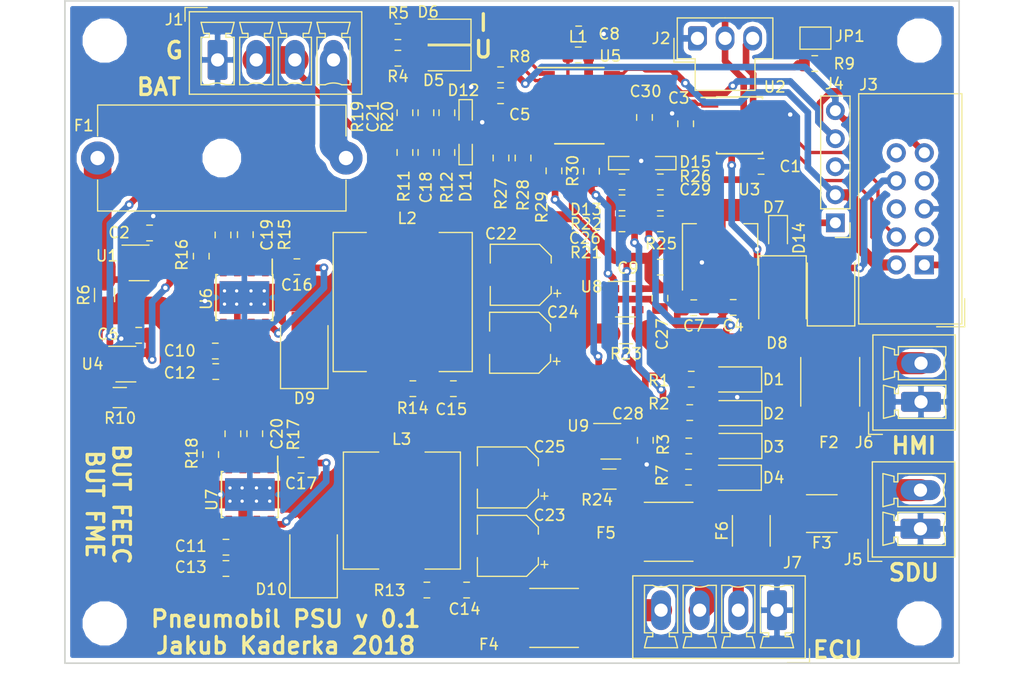
<source format=kicad_pcb>
(kicad_pcb (version 20171130) (host pcbnew 5.0.1)
  (title_block (title "BUT Pneumobil - PSU") (rev 0.1) (company "Brno University of Technology") (comment 1 "Jakub Kaderka"))
  (layers (0 F.Cu signal) (31 B.Cu signal) (34 B.Paste user) (35 F.Paste user) (36 B.SilkS user) (37 F.SilkS user) (38 B.Mask user) (39 F.Mask user) (44 Edge.Cuts user))
  (net 0 "")
  (net 1 +3V3)
  (net 2 GND)
  (net 3 +5VA)
  (net 4 /RESET)
  (net 5 "Net-(C8-Pad1)")
  (net 6 "Net-(C10-Pad1)")
  (net 7 "Net-(C14-Pad1)")
  (net 8 "Net-(C15-Pad1)")
  (net 9 "Net-(C16-Pad2)")
  (net 10 "Net-(C16-Pad1)")
  (net 11 "Net-(C17-Pad1)")
  (net 12 "Net-(C17-Pad2)")
  (net 13 /U_B1)
  (net 14 "Net-(C19-Pad1)")
  (net 15 "Net-(C19-Pad2)")
  (net 16 "Net-(C20-Pad1)")
  (net 17 "Net-(C20-Pad2)")
  (net 18 /U_B2)
  (net 19 /U_12)
  (net 20 /U_5)
  (net 21 "Net-(D1-Pad2)")
  (net 22 "Net-(D2-Pad2)")
  (net 23 "Net-(D3-Pad2)")
  (net 24 "Net-(D4-Pad2)")
  (net 25 "Net-(D5-Pad1)")
  (net 26 "Net-(D5-Pad2)")
  (net 27 "Net-(D6-Pad2)")
  (net 28 "Net-(D6-Pad1)")
  (net 29 "Net-(D8-Pad2)")
  (net 30 +5V)
  (net 31 "Net-(F1-Pad1)")
  (net 32 /BAT2)
  (net 33 "Net-(F2-Pad1)")
  (net 34 "Net-(F3-Pad1)")
  (net 35 "Net-(F4-Pad1)")
  (net 36 +24V)
  (net 37 +12V)
  (net 38 "Net-(F5-Pad1)")
  (net 39 "Net-(F6-Pad1)")
  (net 40 /BAT1)
  (net 41 /CAN_L)
  (net 42 /CAN_H)
  (net 43 /SWDIO)
  (net 44 /SWCLK)
  (net 45 "Net-(JP1-Pad2)")
  (net 46 /I_BAT)
  (net 47 /CAN_TX)
  (net 48 /CAN_RX)
  (net 49 /I_24)
  (net 50 /I_12)
  (net 51 /I_5)
  (net 52 "Net-(R27-Pad2)")
  (net 53 "Net-(R28-Pad2)")
  (net 54 "Net-(R29-Pad2)")
  (net 55 "Net-(R30-Pad2)")
  (module LED_SMD:LED_1206_3216Metric (layer F.Cu) (at 185.3 102.2 180)
    (fp_text reference D4 (at -3.4 0 180) (layer F.SilkS))
    (fp_text value 24V)
    (pad 1 smd roundrect (at -1.4 0 180) (size 1.25 1.75) (layers F.Cu F.Paste F.Mask) (roundrect_rratio 0.2) (net 2 GND))
    (pad 2 smd roundrect (at 1.4 0 180) (size 1.25 1.75) (layers F.Cu F.Paste F.Mask) (roundrect_rratio 0.2) (net 24 "Net-(D4-Pad2)"))
  )
  (module Diode_SMD:D_SMB (layer F.Cu) (at 146.18 90.575 90)
    (fp_text reference D9 (at -4.425 0.02 180) (layer F.SilkS))
    (fp_text value STPS2L30)
    (pad 1 smd rect (at -2.15 0 90) (size 2.5 2.3) (layers F.Cu F.Paste F.Mask) (net 10 "Net-(C16-Pad1)"))
    (pad 2 smd rect (at 2.15 0 90) (size 2.5 2.3) (layers F.Cu F.Paste F.Mask) (net 2 GND))
  )
  (module Capacitor_SMD:C_0805_2012Metric (layer F.Cu) (at 187.5625 74 180)
    (fp_text reference C1 (at -2.6375 0 180) (layer F.SilkS))
    (fp_text value 100n)
    (pad 1 smd roundrect (at -0.9375 0 180) (size 0.975 1.4) (layers F.Cu F.Paste F.Mask) (net 1 +3V3))
    (pad 2 smd roundrect (at 0.9375 0 180) (size 0.975 1.4) (layers F.Cu F.Paste F.Mask) (net 2 GND))
  )
  (module Capacitor_SMD:C_0805_2012Metric (layer F.Cu) (at 132.1675 80.03 180)
    (fp_text reference C2 (at 2.7675 0.03 180) (layer F.SilkS))
    (fp_text value 100n)
    (pad 2 smd roundrect (at 0.9375 0 180) (size 0.975 1.4) (layers F.Cu F.Paste F.Mask) (net 2 GND))
    (pad 1 smd roundrect (at -0.9375 0 180) (size 0.975 1.4) (layers F.Cu F.Paste F.Mask) (net 1 +3V3))
  )
  (module Capacitor_SMD:C_0805_2012Metric (layer F.Cu) (at 180.73 70.1375 90)
    (fp_text reference C3 (at 2.3375 -0.63 180) (layer F.SilkS))
    (fp_text value 100n)
    (pad 2 smd roundrect (at 0.9375 0 90) (size 0.975 1.4) (layers F.Cu F.Paste F.Mask) (net 2 GND))
    (pad 1 smd roundrect (at -0.9375 0 90) (size 0.975 1.4) (layers F.Cu F.Paste F.Mask) (net 3 +5VA))
  )
  (module Capacitor_SMD:C_0805_2012Metric (layer F.Cu) (at 185.0375 86.775 180)
    (fp_text reference C4 (at 0 -1.65 180) (layer F.SilkS))
    (fp_text value 100n)
    (pad 1 smd roundrect (at -0.9375 0 180) (size 0.975 1.4) (layers F.Cu F.Paste F.Mask) (net 3 +5VA))
    (pad 2 smd roundrect (at 0.9375 0 180) (size 0.975 1.4) (layers F.Cu F.Paste F.Mask) (net 2 GND))
  )
  (module Capacitor_SMD:C_0805_2012Metric (layer F.Cu) (at 163.9625 67.6 180)
    (fp_text reference C5 (at -1.7375 -1.7 180) (layer F.SilkS))
    (fp_text value 100n)
    (pad 1 smd roundrect (at -0.9375 0 180) (size 0.975 1.4) (layers F.Cu F.Paste F.Mask) (net 4 /RESET))
    (pad 2 smd roundrect (at 0.9375 0 180) (size 0.975 1.4) (layers F.Cu F.Paste F.Mask) (net 2 GND))
  )
  (module Capacitor_SMD:C_0805_2012Metric (layer F.Cu) (at 131.1825 89.3 180)
    (fp_text reference C6 (at 2.7825 0.1 180) (layer F.SilkS))
    (fp_text value 100n)
    (pad 1 smd roundrect (at -0.9375 0 180) (size 0.975 1.4) (layers F.Cu F.Paste F.Mask) (net 1 +3V3))
    (pad 2 smd roundrect (at 0.9375 0 180) (size 0.975 1.4) (layers F.Cu F.Paste F.Mask) (net 2 GND))
  )
  (module Capacitor_SMD:C_0805_2012Metric (layer F.Cu) (at 181.4625 86.8 180)
    (fp_text reference C7 (at 0 -1.65 180) (layer F.SilkS))
    (fp_text value 100n)
    (pad 2 smd roundrect (at 0.9375 0 180) (size 0.975 1.4) (layers F.Cu F.Paste F.Mask) (net 2 GND))
    (pad 1 smd roundrect (at -0.9375 0 180) (size 0.975 1.4) (layers F.Cu F.Paste F.Mask) (net 1 +3V3))
  )
  (module Capacitor_SMD:C_0805_2012Metric (layer F.Cu) (at 171.0375 62)
    (fp_text reference C8 (at 2.7625 0) (layer F.SilkS))
    (fp_text value 100n)
    (pad 2 smd roundrect (at 0.9375 0) (size 0.975 1.4) (layers F.Cu F.Paste F.Mask) (net 2 GND))
    (pad 1 smd roundrect (at -0.9375 0) (size 0.975 1.4) (layers F.Cu F.Paste F.Mask) (net 5 "Net-(C8-Pad1)"))
  )
  (module Capacitor_SMD:C_0805_2012Metric (layer F.Cu) (at 178.4375 83.125)
    (fp_text reference C9 (at -2.9375 0.075) (layer F.SilkS))
    (fp_text value 10u)
    (pad 2 smd roundrect (at 0.9375 0) (size 0.975 1.4) (layers F.Cu F.Paste F.Mask) (net 2 GND))
    (pad 1 smd roundrect (at -0.9375 0) (size 0.975 1.4) (layers F.Cu F.Paste F.Mask) (net 1 +3V3))
  )
  (module Capacitor_SMD:C_0805_2012Metric (layer F.Cu) (at 138.1225 90.725 180)
    (fp_text reference C10 (at 3.2225 0.025 180) (layer F.SilkS))
    (fp_text value "4.7u/50 V")
    (pad 2 smd roundrect (at 0.9375 0 180) (size 0.975 1.4) (layers F.Cu F.Paste F.Mask) (net 2 GND))
    (pad 1 smd roundrect (at -0.9375 0 180) (size 0.975 1.4) (layers F.Cu F.Paste F.Mask) (net 6 "Net-(C10-Pad1)"))
  )
  (module Capacitor_SMD:C_0805_2012Metric (layer F.Cu) (at 139.0875 108.495 180)
    (fp_text reference C11 (at 3.1875 0.095 180) (layer F.SilkS))
    (fp_text value "4.7u/50 V")
    (pad 2 smd roundrect (at 0.9375 0 180) (size 0.975 1.4) (layers F.Cu F.Paste F.Mask) (net 2 GND))
    (pad 1 smd roundrect (at -0.9375 0 180) (size 0.975 1.4) (layers F.Cu F.Paste F.Mask) (net 6 "Net-(C10-Pad1)"))
  )
  (module Capacitor_SMD:C_0805_2012Metric (layer F.Cu) (at 138.1625 92.585 180)
    (fp_text reference C12 (at 3.2625 -0.115 180) (layer F.SilkS))
    (fp_text value 100n)
    (pad 2 smd roundrect (at 0.9375 0 180) (size 0.975 1.4) (layers F.Cu F.Paste F.Mask) (net 2 GND))
    (pad 1 smd roundrect (at -0.9375 0 180) (size 0.975 1.4) (layers F.Cu F.Paste F.Mask) (net 6 "Net-(C10-Pad1)"))
  )
  (module Capacitor_SMD:C_0805_2012Metric (layer F.Cu) (at 139.0875 110.425 180)
    (fp_text reference C13 (at 3.1875 0.125 180) (layer F.SilkS))
    (fp_text value 100n)
    (pad 1 smd roundrect (at -0.9375 0 180) (size 0.975 1.4) (layers F.Cu F.Paste F.Mask) (net 6 "Net-(C10-Pad1)"))
    (pad 2 smd roundrect (at 0.9375 0 180) (size 0.975 1.4) (layers F.Cu F.Paste F.Mask) (net 2 GND))
  )
  (module Capacitor_SMD:C_0805_2012Metric (layer F.Cu) (at 160.8875 112.375)
    (fp_text reference C14 (at -0.1875 1.725) (layer F.SilkS))
    (fp_text value Cs)
    (pad 2 smd roundrect (at 0.9375 0) (size 0.975 1.4) (layers F.Cu F.Paste F.Mask) (net 2 GND))
    (pad 1 smd roundrect (at -0.9375 0) (size 0.975 1.4) (layers F.Cu F.Paste F.Mask) (net 7 "Net-(C14-Pad1)"))
  )
  (module Capacitor_SMD:C_0805_2012Metric (layer F.Cu) (at 159.6875 94.135)
    (fp_text reference C15 (at -0.1875 1.865) (layer F.SilkS))
    (fp_text value Cs)
    (pad 2 smd roundrect (at 0.9375 0) (size 0.975 1.4) (layers F.Cu F.Paste F.Mask) (net 2 GND))
    (pad 1 smd roundrect (at -0.9375 0) (size 0.975 1.4) (layers F.Cu F.Paste F.Mask) (net 8 "Net-(C15-Pad1)"))
  )
  (module Capacitor_SMD:C_0805_2012Metric (layer F.Cu) (at 145.5125 83.085 180)
    (fp_text reference C16 (at 0 -1.65 180) (layer F.SilkS))
    (fp_text value 100n)
    (pad 1 smd roundrect (at -0.9375 0 180) (size 0.975 1.4) (layers F.Cu F.Paste F.Mask) (net 10 "Net-(C16-Pad1)"))
    (pad 2 smd roundrect (at 0.9375 0 180) (size 0.975 1.4) (layers F.Cu F.Paste F.Mask) (net 9 "Net-(C16-Pad2)"))
  )
  (module Capacitor_SMD:C_0805_2012Metric (layer F.Cu) (at 145.8875 101.065 180)
    (fp_text reference C17 (at 0 -1.65 180) (layer F.SilkS))
    (fp_text value 100n)
    (pad 1 smd roundrect (at -0.9375 0 180) (size 0.975 1.4) (layers F.Cu F.Paste F.Mask) (net 11 "Net-(C17-Pad1)"))
    (pad 2 smd roundrect (at 0.9375 0 180) (size 0.975 1.4) (layers F.Cu F.Paste F.Mask) (net 12 "Net-(C17-Pad2)"))
  )
  (module Capacitor_SMD:C_0805_2012Metric (layer F.Cu) (at 157.2 72.7375 90)
    (fp_text reference C18 (at -3.1625 0 90) (layer F.SilkS))
    (fp_text value 1u)
    (pad 2 smd roundrect (at 0.9375 0 90) (size 0.975 1.4) (layers F.Cu F.Paste F.Mask) (net 2 GND))
    (pad 1 smd roundrect (at -0.9375 0 90) (size 0.975 1.4) (layers F.Cu F.Paste F.Mask) (net 13 /U_B1))
  )
  (module Capacitor_SMD:C_0805_2012Metric (layer F.Cu) (at 138.82 80.2075 270)
    (fp_text reference C19 (at 0 -3.98 270) (layer F.SilkS))
    (fp_text value 82p)
    (pad 2 smd roundrect (at 0.9375 0 270) (size 0.975 1.4) (layers F.Cu F.Paste F.Mask) (net 15 "Net-(C19-Pad2)"))
    (pad 1 smd roundrect (at -0.9375 0 270) (size 0.975 1.4) (layers F.Cu F.Paste F.Mask) (net 14 "Net-(C19-Pad1)"))
  )
  (module Capacitor_SMD:C_0805_2012Metric (layer F.Cu) (at 139.715 98.2175 270)
    (fp_text reference C20 (at 0 -3.985 270) (layer F.SilkS))
    (fp_text value 82p)
    (pad 1 smd roundrect (at -0.9375 0 270) (size 0.975 1.4) (layers F.Cu F.Paste F.Mask) (net 16 "Net-(C20-Pad1)"))
    (pad 2 smd roundrect (at 0.9375 0 270) (size 0.975 1.4) (layers F.Cu F.Paste F.Mask) (net 17 "Net-(C20-Pad2)"))
  )
  (module Capacitor_SMD:C_0805_2012Metric (layer F.Cu) (at 157.2 69.1375 270)
    (fp_text reference C21 (at 0.3625 4.8 270) (layer F.SilkS))
    (fp_text value 1u)
    (pad 2 smd roundrect (at 0.9375 0 270) (size 0.975 1.4) (layers F.Cu F.Paste F.Mask) (net 2 GND))
    (pad 1 smd roundrect (at -0.9375 0 270) (size 0.975 1.4) (layers F.Cu F.Paste F.Mask) (net 18 /U_B2))
  )
  (module Capacitor_SMD:CP_Elec_5x5.8 (layer F.Cu) (at 165.79 83.815 180)
    (fp_text reference C22 (at 1.79 3.715 180) (layer F.SilkS))
    (fp_text value 22u)
    (pad 2 smd rect (at 2.2 0 180) (size 3 1.6) (layers F.Cu F.Paste F.Mask) (net 2 GND))
    (pad 1 smd rect (at -2.2 0 180) (size 3 1.6) (layers F.Cu F.Paste F.Mask) (net 14 "Net-(C19-Pad1)"))
  )
  (module Capacitor_SMD:CP_Elec_5x5.8 (layer F.Cu) (at 164.625 108.375 180)
    (fp_text reference C23 (at -3.775 2.775 180) (layer F.SilkS))
    (fp_text value 22u)
    (pad 2 smd rect (at 2.2 0 180) (size 3 1.6) (layers F.Cu F.Paste F.Mask) (net 2 GND))
    (pad 1 smd rect (at -2.2 0 180) (size 3 1.6) (layers F.Cu F.Paste F.Mask) (net 16 "Net-(C20-Pad1)"))
  )
  (module Capacitor_SMD:CP_Elec_5x5.8 (layer F.Cu) (at 165.73 89.975 180)
    (fp_text reference C24 (at -3.87 2.775 180) (layer F.SilkS))
    (fp_text value 22u)
    (pad 2 smd rect (at 2.2 0 180) (size 3 1.6) (layers F.Cu F.Paste F.Mask) (net 2 GND))
    (pad 1 smd rect (at -2.2 0 180) (size 3 1.6) (layers F.Cu F.Paste F.Mask) (net 14 "Net-(C19-Pad1)"))
  )
  (module Capacitor_SMD:CP_Elec_5x5.8 (layer F.Cu) (at 164.625 102.175 180)
    (fp_text reference C25 (at -3.775 2.775 180) (layer F.SilkS))
    (fp_text value 22u)
    (pad 2 smd rect (at 2.2 0 180) (size 3 1.6) (layers F.Cu F.Paste F.Mask) (net 2 GND))
    (pad 1 smd rect (at -2.2 0 180) (size 3 1.6) (layers F.Cu F.Paste F.Mask) (net 16 "Net-(C20-Pad1)"))
  )
  (module Capacitor_SMD:C_0805_2012Metric (layer F.Cu) (at 174.9625 77.3)
    (fp_text reference C26 (at -3.3625 3.2) (layer F.SilkS))
    (fp_text value 1u)
    (pad 1 smd roundrect (at -0.9375 0) (size 0.975 1.4) (layers F.Cu F.Paste F.Mask) (net 19 /U_12))
    (pad 2 smd roundrect (at 0.9375 0) (size 0.975 1.4) (layers F.Cu F.Paste F.Mask) (net 2 GND))
  )
  (module Capacitor_SMD:C_0805_2012Metric (layer F.Cu) (at 178.4 85.9375 270)
    (fp_text reference C27 (at 3.2625 -0.2 270) (layer F.SilkS))
    (fp_text value 100n)
    (pad 2 smd roundrect (at 0.9375 0 270) (size 0.975 1.4) (layers F.Cu F.Paste F.Mask) (net 2 GND))
    (pad 1 smd roundrect (at -0.9375 0 270) (size 0.975 1.4) (layers F.Cu F.Paste F.Mask) (net 1 +3V3))
  )
  (module Capacitor_SMD:C_0805_2012Metric (layer F.Cu) (at 177.075 98.8125 270)
    (fp_text reference C28 (at -2.4125 1.575) (layer F.SilkS))
    (fp_text value 100n)
    (pad 2 smd roundrect (at 0.9375 0 270) (size 0.975 1.4) (layers F.Cu F.Paste F.Mask) (net 2 GND))
    (pad 1 smd roundrect (at -0.9375 0 270) (size 0.975 1.4) (layers F.Cu F.Paste F.Mask) (net 1 +3V3))
  )
  (module Capacitor_SMD:C_0805_2012Metric (layer F.Cu) (at 178.4375 77.3 180)
    (fp_text reference C29 (at -3.1625 1.2 180) (layer F.SilkS))
    (fp_text value 1u)
    (pad 2 smd roundrect (at 0.9375 0 180) (size 0.975 1.4) (layers F.Cu F.Paste F.Mask) (net 2 GND))
    (pad 1 smd roundrect (at -0.9375 0 180) (size 0.975 1.4) (layers F.Cu F.Paste F.Mask) (net 20 /U_5))
  )
  (module LED_SMD:LED_1206_3216Metric (layer F.Cu) (at 185.325 93.3 180)
    (fp_text reference D1 (at -3.375 0 180) (layer F.SilkS))
    (fp_text value 3.3V)
    (pad 2 smd roundrect (at 1.4 0 180) (size 1.25 1.75) (layers F.Cu F.Paste F.Mask) (roundrect_rratio 0.2) (net 21 "Net-(D1-Pad2)"))
    (pad 1 smd roundrect (at -1.4 0 180) (size 1.25 1.75) (layers F.Cu F.Paste F.Mask) (roundrect_rratio 0.2) (net 2 GND))
  )
  (module LED_SMD:LED_1206_3216Metric (layer F.Cu) (at 185.35 96.35 180)
    (fp_text reference D2 (at -3.35 -0.05 180) (layer F.SilkS))
    (fp_text value 5V)
    (pad 1 smd roundrect (at -1.4 0 180) (size 1.25 1.75) (layers F.Cu F.Paste F.Mask) (roundrect_rratio 0.2) (net 2 GND))
    (pad 2 smd roundrect (at 1.4 0 180) (size 1.25 1.75) (layers F.Cu F.Paste F.Mask) (roundrect_rratio 0.2) (net 22 "Net-(D2-Pad2)"))
  )
  (module LED_SMD:LED_1206_3216Metric (layer F.Cu) (at 185.35 99.325 180)
    (fp_text reference D3 (at -3.35 -0.075 180) (layer F.SilkS))
    (fp_text value 12V)
    (pad 2 smd roundrect (at 1.4 0 180) (size 1.25 1.75) (layers F.Cu F.Paste F.Mask) (roundrect_rratio 0.2) (net 23 "Net-(D3-Pad2)"))
    (pad 1 smd roundrect (at -1.4 0 180) (size 1.25 1.75) (layers F.Cu F.Paste F.Mask) (roundrect_rratio 0.2) (net 2 GND))
  )
  (module LED_SMD:LED_1206_3216Metric (layer F.Cu) (at 159 64.2 180)
    (fp_text reference D5 (at 1.1 -2 180) (layer F.SilkS))
    (fp_text value ERROR_VOLT)
    (pad 2 smd roundrect (at 1.4 0 180) (size 1.25 1.75) (layers F.Cu F.Paste F.Mask) (roundrect_rratio 0.2) (net 26 "Net-(D5-Pad2)"))
    (pad 1 smd roundrect (at -1.4 0 180) (size 1.25 1.75) (layers F.Cu F.Paste F.Mask) (roundrect_rratio 0.2) (net 25 "Net-(D5-Pad1)"))
  )
  (module LED_SMD:LED_1206_3216Metric (layer F.Cu) (at 159 61.8 180)
    (fp_text reference D6 (at 1.6 1.8 180) (layer F.SilkS))
    (fp_text value ERROR_CURRENT)
    (pad 2 smd roundrect (at 1.4 0 180) (size 1.25 1.75) (layers F.Cu F.Paste F.Mask) (roundrect_rratio 0.2) (net 27 "Net-(D6-Pad2)"))
    (pad 1 smd roundrect (at -1.4 0 180) (size 1.25 1.75) (layers F.Cu F.Paste F.Mask) (roundrect_rratio 0.2) (net 28 "Net-(D6-Pad1)"))
  )
  (module Diode_SMD:D_SOD-323 (layer F.Cu) (at 189.1 79.95 270)
    (fp_text reference D7 (at -2.25 0.4) (layer F.SilkS))
    (fp_text value BAT60)
    (pad 1 smd rect (at -1.05 0 270) (size 0.6 0.45) (layers F.Cu F.Paste F.Mask) (net 1 +3V3))
    (pad 2 smd rect (at 1.05 0 270) (size 0.6 0.45) (layers F.Cu F.Paste F.Mask) (net 3 +5VA))
  )
  (module Diode_SMD:D_SMB (layer F.Cu) (at 193.9 84.9 90)
    (fp_text reference D8 (at -5.1 -4.9 180) (layer F.SilkS))
    (fp_text value STPS1L30)
    (pad 1 smd rect (at -2.15 0 90) (size 2.5 2.3) (layers F.Cu F.Paste F.Mask) (net 3 +5VA))
    (pad 2 smd rect (at 2.15 0 90) (size 2.5 2.3) (layers F.Cu F.Paste F.Mask) (net 29 "Net-(D8-Pad2)"))
  )
  (module Diode_SMD:D_SMB (layer F.Cu) (at 147.025 109.525 90)
    (fp_text reference D10 (at -2.775 -3.825 180) (layer F.SilkS))
    (fp_text value STPS2L30)
    (pad 1 smd rect (at -2.15 0 90) (size 2.5 2.3) (layers F.Cu F.Paste F.Mask) (net 11 "Net-(C17-Pad1)"))
    (pad 2 smd rect (at 2.15 0 90) (size 2.5 2.3) (layers F.Cu F.Paste F.Mask) (net 2 GND))
  )
  (module Diode_SMD:D_SOD-523 (layer F.Cu) (at 160.8 72.7 90)
    (fp_text reference D11 (at -3.1 0 90) (layer F.SilkS))
    (fp_text value 3.3V)
    (pad 1 smd rect (at -0.7 0 270) (size 0.6 0.7) (layers F.Cu F.Paste F.Mask) (net 13 /U_B1))
    (pad 2 smd rect (at 0.7 0 270) (size 0.6 0.7) (layers F.Cu F.Paste F.Mask) (net 2 GND))
  )
  (module Diode_SMD:D_SOD-523 (layer F.Cu) (at 160.8 69.1 270)
    (fp_text reference D12 (at -2 0.2) (layer F.SilkS))
    (fp_text value 3.3V)
    (pad 2 smd rect (at 0.7 0 90) (size 0.6 0.7) (layers F.Cu F.Paste F.Mask) (net 2 GND))
    (pad 1 smd rect (at -0.7 0 90) (size 0.6 0.7) (layers F.Cu F.Paste F.Mask) (net 18 /U_B2))
  )
  (module Diode_SMD:D_SOD-523 (layer F.Cu) (at 174.9 73.7)
    (fp_text reference D13 (at -3.2 4.2) (layer F.SilkS))
    (fp_text value 3.3V)
    (pad 2 smd rect (at 0.7 0 180) (size 0.6 0.7) (layers F.Cu F.Paste F.Mask) (net 2 GND))
    (pad 1 smd rect (at -0.7 0 180) (size 0.6 0.7) (layers F.Cu F.Paste F.Mask) (net 19 /U_12))
  )
  (module Diode_SMD:D_SMB (layer F.Cu) (at 189.5 85.65 270)
    (fp_text reference D14 (at -5.15 -1.5 270) (layer F.SilkS))
    (fp_text value STPS1L30)
    (pad 2 smd rect (at 2.15 0 270) (size 2.5 2.3) (layers F.Cu F.Paste F.Mask) (net 30 +5V))
    (pad 1 smd rect (at -2.15 0 270) (size 2.5 2.3) (layers F.Cu F.Paste F.Mask) (net 3 +5VA))
  )
  (module Diode_SMD:D_SOD-523 (layer F.Cu) (at 178.7 73.7 180)
    (fp_text reference D15 (at -2.9 0.1 180) (layer F.SilkS))
    (fp_text value 3.3V)
    (pad 1 smd rect (at -0.7 0) (size 0.6 0.7) (layers F.Cu F.Paste F.Mask) (net 20 /U_5))
    (pad 2 smd rect (at 0.7 0) (size 0.6 0.7) (layers F.Cu F.Paste F.Mask) (net 2 GND))
  )
  (module Fuse:Fuseholder_Cylinder-5x20mm_Schurter_0031_8201_Horizontal_Open (layer F.Cu) (at 127.46 73.24)
    (fp_text reference F1 (at -1.26 -2.94) (layer F.SilkS))
    (fp_text value 5A-F)
    (pad 1 thru_hole circle (at 0 0) (size 3 3) (drill 1.3) (layers *.Cu *.Mask) (net 31 "Net-(F1-Pad1)"))
    (pad 2 thru_hole circle (at 22.5 0) (size 3 3) (drill 1.3) (layers *.Cu *.Mask) (net 32 /BAT2))
    (pad "" np_thru_hole circle (at 11.25 0) (size 2.7 2.7) (drill 2.7) (layers *.Cu *.Mask))
  )
  (module Fuse:Fuse_2920_7451Metric (layer F.Cu) (at 193.825 93.5125 270)
    (fp_text reference F2 (at 5.4875 0.125) (layer F.SilkS))
    (fp_text value MF-LSMF300/24X-2)
    (pad 1 smd roundrect (at -3.3875 0 270) (size 1.925 5.45) (layers F.Cu F.Paste F.Mask) (roundrect_rratio 0.12987) (net 33 "Net-(F2-Pad1)"))
    (pad 2 smd roundrect (at 3.3875 0 270) (size 1.925 5.45) (layers F.Cu F.Paste F.Mask) (roundrect_rratio 0.12987) (net 30 +5V))
  )
  (module Fuse:Fuse_1812_4532Metric (layer F.Cu) (at 193.0625 105.45 180)
    (fp_text reference F3 (at 0 -2.65 180) (layer F.SilkS))
    (fp_text value MF-MSMF050-2)
    (pad 1 smd roundrect (at -2.1375 0 180) (size 1.125 3.4) (layers F.Cu F.Paste F.Mask) (roundrect_rratio 0.222222) (net 34 "Net-(F3-Pad1)"))
    (pad 2 smd roundrect (at 2.1375 0 180) (size 1.125 3.4) (layers F.Cu F.Paste F.Mask) (roundrect_rratio 0.222222) (net 30 +5V))
  )
  (module Fuse:Fuse_2920_7451Metric (layer F.Cu) (at 168.8125 114.9 180)
    (fp_text reference F4 (at 5.9125 -2.4 180) (layer F.SilkS))
    (fp_text value MF-LSMF300/24X-2)
    (pad 1 smd roundrect (at -3.3875 0 180) (size 1.925 5.45) (layers F.Cu F.Paste F.Mask) (roundrect_rratio 0.12987) (net 35 "Net-(F4-Pad1)"))
    (pad 2 smd roundrect (at 3.3875 0 180) (size 1.925 5.45) (layers F.Cu F.Paste F.Mask) (roundrect_rratio 0.12987) (net 36 +24V))
  )
  (module Fuse:Fuse_2920_7451Metric (layer F.Cu) (at 179.1875 107.1 180)
    (fp_text reference F5 (at 5.6875 -0.1 180) (layer F.SilkS))
    (fp_text value MF-LSMF300/24X-2)
    (pad 2 smd roundrect (at 3.3875 0 180) (size 1.925 5.45) (layers F.Cu F.Paste F.Mask) (roundrect_rratio 0.12987) (net 37 +12V))
    (pad 1 smd roundrect (at -3.3875 0 180) (size 1.925 5.45) (layers F.Cu F.Paste F.Mask) (roundrect_rratio 0.12987) (net 38 "Net-(F5-Pad1)"))
  )
  (module Fuse:Fuse_1812_4532Metric (layer F.Cu) (at 186.675 107.0125 90)
    (fp_text reference F6 (at 0 -2.65 90) (layer F.SilkS))
    (fp_text value MF-MSMF050-2)
    (pad 2 smd roundrect (at 2.1375 0 90) (size 1.125 3.4) (layers F.Cu F.Paste F.Mask) (roundrect_rratio 0.222222) (net 30 +5V))
    (pad 1 smd roundrect (at -2.1375 0 90) (size 1.125 3.4) (layers F.Cu F.Paste F.Mask) (roundrect_rratio 0.222222) (net 39 "Net-(F6-Pad1)"))
  )
  (module Connector_Phoenix_MC:PhoenixContact_MCV_1,5_4-G-3.5_1x04_P3.50mm_Vertical (layer F.Cu) (at 138.33 64.35)
    (fp_text reference J1 (at -3.93 -3.65) (layer F.SilkS))
    (fp_text value BATTERY)
    (pad 1 thru_hole roundrect (at 0 0) (size 1.8 3.6) (drill 1.2) (layers *.Cu *.Mask) (roundrect_rratio 0.138889) (net 2 GND))
    (pad 2 thru_hole oval (at 3.5 0) (size 1.8 3.6) (drill 1.2) (layers *.Cu *.Mask) (net 40 /BAT1))
    (pad 3 thru_hole oval (at 7 0) (size 1.8 3.6) (drill 1.2) (layers *.Cu *.Mask) (net 40 /BAT1))
    (pad 4 thru_hole oval (at 10.5 0) (size 1.8 3.6) (drill 1.2) (layers *.Cu *.Mask) (net 32 /BAT2))
  )
  (module Connector_Molex:Molex_Nano-Fit_105309-xx03_1x03_P2.50mm_Vertical (layer F.Cu) (at 181.8 62.4 90)
    (fp_text reference J2 (at 0 -3.3 180) (layer F.SilkS))
    (fp_text value CAN)
    (pad 1 thru_hole custom (at 0 0 90) (size 1.417157 1.417157) (drill 1.2) (layers *.Cu *.Mask) (net 2 GND) (options (clearance outline) (anchor circle)) (primitives (gr_poly (pts (xy -0.85 -0.6) (xy 0.85 -0.6) (xy 0.85 0.6) (xy -0.45 0.6) (xy -0.85 0.2)) (width 0.5))))
    (pad 2 thru_hole oval (at 0 2.5 90) (size 2.2 1.7) (drill 1.2) (layers *.Cu *.Mask) (net 41 /CAN_L))
    (pad 3 thru_hole oval (at 0 5 90) (size 2.2 1.7) (drill 1.2) (layers *.Cu *.Mask) (net 42 /CAN_H))
    (pad "" np_thru_hole circle (at -1.34 1.25 90) (size 1.3 1.3) (drill 1.3) (layers *.Cu *.Mask))
  )
  (module Connector_IDC:IDC-Header_2x05_P2.54mm_Vertical (layer F.Cu) (at 202.35 82.925 180)
    (fp_text reference J3 (at 5.05 16.325 180) (layer F.SilkS))
    (fp_text value DEBUG)
    (pad 1 thru_hole rect (at 0 0 180) (size 1.7272 1.7272) (drill 1.016) (layers *.Cu *.Mask) (net 43 /SWDIO))
    (pad 2 thru_hole oval (at 2.54 0 180) (size 1.7272 1.7272) (drill 1.016) (layers *.Cu *.Mask) (net 44 /SWCLK))
    (pad 3 thru_hole oval (at 0 2.54 180) (size 1.7272 1.7272) (drill 1.016) (layers *.Cu *.Mask) (net 41 /CAN_L))
    (pad 4 thru_hole oval (at 2.54 2.54 180) (size 1.7272 1.7272) (drill 1.016) (layers *.Cu *.Mask) (net 42 /CAN_H))
    (pad 5 thru_hole oval (at 0 5.08 180) (size 1.7272 1.7272) (drill 1.016) (layers *.Cu *.Mask) (net 2 GND))
    (pad 6 thru_hole oval (at 2.54 5.08 180) (size 1.7272 1.7272) (drill 1.016) (layers *.Cu *.Mask))
    (pad 7 thru_hole oval (at 0 7.62 180) (size 1.7272 1.7272) (drill 1.016) (layers *.Cu *.Mask))
    (pad 8 thru_hole oval (at 2.54 7.62 180) (size 1.7272 1.7272) (drill 1.016) (layers *.Cu *.Mask) (net 29 "Net-(D8-Pad2)"))
    (pad 9 thru_hole oval (at 0 10.16 180) (size 1.7272 1.7272) (drill 1.016) (layers *.Cu *.Mask) (net 4 /RESET))
    (pad 10 thru_hole oval (at 2.54 10.16 180) (size 1.7272 1.7272) (drill 1.016) (layers *.Cu *.Mask))
  )
  (module Connector_PinHeader_2.54mm:PinHeader_1x05_P2.54mm_Vertical (layer F.Cu) (at 194.29 79.11 180)
    (fp_text reference J4 (at 0.09 12.61 180) (layer F.SilkS))
    (fp_text value SWD)
    (pad 1 thru_hole rect (at 0 0 180) (size 1.7 1.7) (drill 1) (layers *.Cu *.Mask) (net 1 +3V3))
    (pad 2 thru_hole oval (at 0 2.54 180) (size 1.7 1.7) (drill 1) (layers *.Cu *.Mask) (net 44 /SWCLK))
    (pad 3 thru_hole oval (at 0 5.08 180) (size 1.7 1.7) (drill 1) (layers *.Cu *.Mask) (net 2 GND))
    (pad 4 thru_hole oval (at 0 7.62 180) (size 1.7 1.7) (drill 1) (layers *.Cu *.Mask) (net 43 /SWDIO))
    (pad 5 thru_hole oval (at 0 10.16 180) (size 1.7 1.7) (drill 1) (layers *.Cu *.Mask) (net 4 /RESET))
  )
  (module Connector_Phoenix_MC:PhoenixContact_MCV_1,5_2-G-3.5_1x02_P3.50mm_Vertical (layer F.Cu) (at 202 106.825 90)
    (fp_text reference J5 (at -2.775 -6.1 180) (layer F.SilkS))
    (fp_text value SDU)
    (pad 2 thru_hole oval (at 3.5 0 90) (size 1.8 3.6) (drill 1.2) (layers *.Cu *.Mask) (net 34 "Net-(F3-Pad1)"))
    (pad 1 thru_hole roundrect (at 0 0 90) (size 1.8 3.6) (drill 1.2) (layers *.Cu *.Mask) (roundrect_rratio 0.138889) (net 2 GND))
  )
  (module Connector_Phoenix_MC:PhoenixContact_MCV_1,5_2-G-3.5_1x02_P3.50mm_Vertical (layer F.Cu) (at 202.05 95.325 90)
    (fp_text reference J6 (at -3.675 -5.15 180) (layer F.SilkS))
    (fp_text value HMI)
    (pad 1 thru_hole roundrect (at 0 0 90) (size 1.8 3.6) (drill 1.2) (layers *.Cu *.Mask) (roundrect_rratio 0.138889) (net 2 GND))
    (pad 2 thru_hole oval (at 3.5 0 90) (size 1.8 3.6) (drill 1.2) (layers *.Cu *.Mask) (net 33 "Net-(F2-Pad1)"))
  )
  (module Connector_Phoenix_MC:PhoenixContact_MCV_1,5_4-G-3.5_1x04_P3.50mm_Vertical (layer F.Cu) (at 189 114.2 180)
    (fp_text reference J7 (at -1.4 4.3 180) (layer F.SilkS))
    (fp_text value ECU)
    (pad 4 thru_hole oval (at 10.5 0 180) (size 1.8 3.6) (drill 1.2) (layers *.Cu *.Mask) (net 35 "Net-(F4-Pad1)"))
    (pad 3 thru_hole oval (at 7 0 180) (size 1.8 3.6) (drill 1.2) (layers *.Cu *.Mask) (net 38 "Net-(F5-Pad1)"))
    (pad 2 thru_hole oval (at 3.5 0 180) (size 1.8 3.6) (drill 1.2) (layers *.Cu *.Mask) (net 39 "Net-(F6-Pad1)"))
    (pad 1 thru_hole roundrect (at 0 0 180) (size 1.8 3.6) (drill 1.2) (layers *.Cu *.Mask) (roundrect_rratio 0.138889) (net 2 GND))
  )
  (module Jumper:SolderJumper-2_P1.3mm_Open_TrianglePad1.0x1.5mm (layer F.Cu) (at 192.485 62.38)
    (fp_text reference JP1 (at 3.115 -0.18) (layer F.SilkS))
    (fp_text value TERMINATE)
    (pad 2 smd custom (at 0.725 0) (size 0.3 0.3) (layers F.Cu F.Mask) (net 45 "Net-(JP1-Pad2)") (options (clearance outline) (anchor rect)) (primitives (gr_poly (pts (xy -0.65 -0.75) (xy 0.5 -0.75) (xy 0.5 0.75) (xy -0.65 0.75) (xy -0.15 0)) (width 0))))
    (pad 1 smd custom (at -0.725 0) (size 0.3 0.3) (layers F.Cu F.Mask) (net 41 /CAN_L) (options (clearance outline) (anchor rect)) (primitives (gr_poly (pts (xy -0.5 -0.75) (xy 0.5 -0.75) (xy 1 0) (xy 0.5 0.75) (xy -0.5 0.75)) (width 0))))
  )
  (module Inductor_SMD:L_0805_2012Metric (layer F.Cu) (at 171 63.9)
    (fp_text reference L1 (at 0 -1.65) (layer F.SilkS))
    (fp_text value BLM21AG601SN1D)
    (pad 1 smd roundrect (at -0.9375 0) (size 0.975 1.4) (layers F.Cu F.Paste F.Mask) (net 5 "Net-(C8-Pad1)"))
    (pad 2 smd roundrect (at 0.9375 0) (size 0.975 1.4) (layers F.Cu F.Paste F.Mask) (net 1 +3V3))
  )
  (module Inductor_SMD:L_12x12mm_H8mm (layer F.Cu) (at 155.1 86.285 90)
    (fp_text reference L2 (at 7.585 0.4 180) (layer F.SilkS))
    (fp_text value MSS1278-393MLB)
    (pad 2 smd rect (at 4.95 0 90) (size 2.9 5.4) (layers F.Cu F.Paste F.Mask) (net 14 "Net-(C19-Pad1)"))
    (pad 1 smd rect (at -4.95 0 90) (size 2.9 5.4) (layers F.Cu F.Paste F.Mask) (net 10 "Net-(C16-Pad1)"))
  )
  (module Resistor_SMD:R_0805_2012Metric (layer F.Cu) (at 181.2375 93.275)
    (fp_text reference R1 (at -2.9375 0.125) (layer F.SilkS))
    (fp_text value 220)
    (pad 2 smd roundrect (at 0.9375 0) (size 0.975 1.4) (layers F.Cu F.Paste F.Mask) (net 21 "Net-(D1-Pad2)"))
    (pad 1 smd roundrect (at -0.9375 0) (size 0.975 1.4) (layers F.Cu F.Paste F.Mask) (net 1 +3V3))
  )
  (module Resistor_SMD:R_0805_2012Metric (layer F.Cu) (at 181.1 96.3)
    (fp_text reference R2 (at -2.8 -0.8) (layer F.SilkS))
    (fp_text value 330)
    (pad 2 smd roundrect (at 0.9375 0) (size 0.975 1.4) (layers F.Cu F.Paste F.Mask) (net 22 "Net-(D2-Pad2)"))
    (pad 1 smd roundrect (at -0.9375 0) (size 0.975 1.4) (layers F.Cu F.Paste F.Mask) (net 30 +5V))
  )
  (module Resistor_SMD:R_0805_2012Metric (layer F.Cu) (at 181.0125 99.325)
    (fp_text reference R3 (at -2.3125 -0.125 90) (layer F.SilkS))
    (fp_text value 1k8)
    (pad 2 smd roundrect (at 0.9375 0) (size 0.975 1.4) (layers F.Cu F.Paste F.Mask) (net 23 "Net-(D3-Pad2)"))
    (pad 1 smd roundrect (at -0.9375 0) (size 0.975 1.4) (layers F.Cu F.Paste F.Mask) (net 37 +12V))
  )
  (module Resistor_SMD:R_0805_2012Metric (layer F.Cu) (at 154.6625 64.2 180)
    (fp_text reference R4 (at 0 -1.65 180) (layer F.SilkS))
    (fp_text value 220)
    (pad 2 smd roundrect (at 0.9375 0 180) (size 0.975 1.4) (layers F.Cu F.Paste F.Mask) (net 1 +3V3))
    (pad 1 smd roundrect (at -0.9375 0 180) (size 0.975 1.4) (layers F.Cu F.Paste F.Mask) (net 26 "Net-(D5-Pad2)"))
  )
  (module Resistor_SMD:R_0805_2012Metric (layer F.Cu) (at 154.6625 61.8 180)
    (fp_text reference R5 (at -0.0375 1.7 180) (layer F.SilkS))
    (fp_text value 220)
    (pad 1 smd roundrect (at -0.9375 0 180) (size 0.975 1.4) (layers F.Cu F.Paste F.Mask) (net 27 "Net-(D6-Pad2)"))
    (pad 2 smd roundrect (at 0.9375 0 180) (size 0.975 1.4) (layers F.Cu F.Paste F.Mask) (net 1 +3V3))
  )
  (module Resistor_SMD:R_1206_3216Metric (layer F.Cu) (at 128.09 85.65 270)
    (fp_text reference R6 (at 0 1.89 270) (layer F.SilkS))
    (fp_text value 0.033)
    (pad 1 smd roundrect (at -1.4 0 270) (size 1.25 1.75) (layers F.Cu F.Paste F.Mask) (roundrect_rratio 0.2) (net 31 "Net-(F1-Pad1)"))
    (pad 2 smd roundrect (at 1.4 0 270) (size 1.25 1.75) (layers F.Cu F.Paste F.Mask) (roundrect_rratio 0.2) (net 6 "Net-(C10-Pad1)"))
  )
  (module Resistor_SMD:R_0805_2012Metric (layer F.Cu) (at 180.9875 102.15)
    (fp_text reference R7 (at -2.3875 -0.15 90) (layer F.SilkS))
    (fp_text value 3k3)
    (pad 1 smd roundrect (at -0.9375 0) (size 0.975 1.4) (layers F.Cu F.Paste F.Mask) (net 36 +24V))
    (pad 2 smd roundrect (at 0.9375 0) (size 0.975 1.4) (layers F.Cu F.Paste F.Mask) (net 24 "Net-(D4-Pad2)"))
  )
  (module Resistor_SMD:R_0805_2012Metric (layer F.Cu) (at 163.9625 65.7)
    (fp_text reference R8 (at 1.7375 -1.65) (layer F.SilkS))
    (fp_text value 10k)
    (pad 1 smd roundrect (at -0.9375 0) (size 0.975 1.4) (layers F.Cu F.Paste F.Mask) (net 1 +3V3))
    (pad 2 smd roundrect (at 0.9375 0) (size 0.975 1.4) (layers F.Cu F.Paste F.Mask) (net 4 /RESET))
  )
  (module Resistor_SMD:R_0805_2012Metric (layer F.Cu) (at 192.4225 64.68 180)
    (fp_text reference R9 (at -2.6775 -0.02 180) (layer F.SilkS))
    (fp_text value 120)
    (pad 1 smd roundrect (at -0.9375 0 180) (size 0.975 1.4) (layers F.Cu F.Paste F.Mask) (net 45 "Net-(JP1-Pad2)"))
    (pad 2 smd roundrect (at 0.9375 0 180) (size 0.975 1.4) (layers F.Cu F.Paste F.Mask) (net 42 /CAN_H))
  )
  (module Resistor_SMD:R_1206_3216Metric (layer F.Cu) (at 129.47 94.94 180)
    (fp_text reference R10 (at -0.03 -1.86 180) (layer F.SilkS))
    (fp_text value 0.033)
    (pad 2 smd roundrect (at 1.4 0 180) (size 1.25 1.75) (layers F.Cu F.Paste F.Mask) (roundrect_rratio 0.2) (net 6 "Net-(C10-Pad1)"))
    (pad 1 smd roundrect (at -1.4 0 180) (size 1.25 1.75) (layers F.Cu F.Paste F.Mask) (roundrect_rratio 0.2) (net 36 +24V))
  )
  (module Resistor_SMD:R_0805_2012Metric (layer F.Cu) (at 155.3 72.7375 270)
    (fp_text reference R11 (at 3.0625 0.1 270) (layer F.SilkS))
    (fp_text value 10k)
    (pad 1 smd roundrect (at -0.9375 0 270) (size 0.975 1.4) (layers F.Cu F.Paste F.Mask) (net 40 /BAT1))
    (pad 2 smd roundrect (at 0.9375 0 270) (size 0.975 1.4) (layers F.Cu F.Paste F.Mask) (net 13 /U_B1))
  )
  (module Resistor_SMD:R_0805_2012Metric (layer F.Cu) (at 159.1 72.7375 90)
    (fp_text reference R12 (at -3.1625 0 90) (layer F.SilkS))
    (fp_text value 3k3)
    (pad 2 smd roundrect (at 0.9375 0 90) (size 0.975 1.4) (layers F.Cu F.Paste F.Mask) (net 2 GND))
    (pad 1 smd roundrect (at -0.9375 0 90) (size 0.975 1.4) (layers F.Cu F.Paste F.Mask) (net 13 /U_B1))
  )
  (module Resistor_SMD:R_0805_2012Metric (layer F.Cu) (at 157.2875 112.375)
    (fp_text reference R13 (at -3.3875 0.025) (layer F.SilkS))
    (fp_text value Rs)
    (pad 2 smd roundrect (at 0.9375 0) (size 0.975 1.4) (layers F.Cu F.Paste F.Mask) (net 7 "Net-(C14-Pad1)"))
    (pad 1 smd roundrect (at -0.9375 0) (size 0.975 1.4) (layers F.Cu F.Paste F.Mask) (net 11 "Net-(C17-Pad1)"))
  )
  (module Resistor_SMD:R_0805_2012Metric (layer F.Cu) (at 156.0175 94.135)
    (fp_text reference R14 (at -0.0175 1.765) (layer F.SilkS))
    (fp_text value Rs)
    (pad 1 smd roundrect (at -0.9375 0) (size 0.975 1.4) (layers F.Cu F.Paste F.Mask) (net 10 "Net-(C16-Pad1)"))
    (pad 2 smd roundrect (at 0.9375 0) (size 0.975 1.4) (layers F.Cu F.Paste F.Mask) (net 8 "Net-(C15-Pad1)"))
  )
  (module Resistor_SMD:R_0805_2012Metric (layer F.Cu) (at 140.84 80.1775 270)
    (fp_text reference R15 (at 0 -3.56 270) (layer F.SilkS))
    (fp_text value 68k)
    (pad 1 smd roundrect (at -0.9375 0 270) (size 0.975 1.4) (layers F.Cu F.Paste F.Mask) (net 14 "Net-(C19-Pad1)"))
    (pad 2 smd roundrect (at 0.9375 0 270) (size 0.975 1.4) (layers F.Cu F.Paste F.Mask) (net 15 "Net-(C19-Pad2)"))
  )
  (module Resistor_SMD:R_0805_2012Metric (layer F.Cu) (at 136.85 82.1325 270)
    (fp_text reference R16 (at -0.1325 1.75 270) (layer F.SilkS))
    (fp_text value 22k)
    (pad 2 smd roundrect (at 0.9375 0 270) (size 0.975 1.4) (layers F.Cu F.Paste F.Mask) (net 2 GND))
    (pad 1 smd roundrect (at -0.9375 0 270) (size 0.975 1.4) (layers F.Cu F.Paste F.Mask) (net 15 "Net-(C19-Pad2)"))
  )
  (module Resistor_SMD:R_0805_2012Metric (layer F.Cu) (at 141.695 98.2125 270)
    (fp_text reference R17 (at 0.0875 -3.505 270) (layer F.SilkS))
    (fp_text value 33k)
    (pad 1 smd roundrect (at -0.9375 0 270) (size 0.975 1.4) (layers F.Cu F.Paste F.Mask) (net 16 "Net-(C20-Pad1)"))
    (pad 2 smd roundrect (at 0.9375 0 270) (size 0.975 1.4) (layers F.Cu F.Paste F.Mask) (net 17 "Net-(C20-Pad2)"))
  )
  (module Resistor_SMD:R_0805_2012Metric (layer F.Cu) (at 137.705 100.1025 270)
    (fp_text reference R18 (at -0.1025 1.705 270) (layer F.SilkS))
    (fp_text value 3k9)
    (pad 1 smd roundrect (at -0.9375 0 270) (size 0.975 1.4) (layers F.Cu F.Paste F.Mask) (net 17 "Net-(C20-Pad2)"))
    (pad 2 smd roundrect (at 0.9375 0 270) (size 0.975 1.4) (layers F.Cu F.Paste F.Mask) (net 2 GND))
  )
  (module Resistor_SMD:R_0805_2012Metric (layer F.Cu) (at 155.3 69.1375 90)
    (fp_text reference R19 (at -0.3625 -4.3 90) (layer F.SilkS))
    (fp_text value 33k)
    (pad 2 smd roundrect (at 0.9375 0 90) (size 0.975 1.4) (layers F.Cu F.Paste F.Mask) (net 18 /U_B2))
    (pad 1 smd roundrect (at -0.9375 0 90) (size 0.975 1.4) (layers F.Cu F.Paste F.Mask) (net 32 /BAT2))
  )
  (module Resistor_SMD:R_0805_2012Metric (layer F.Cu) (at 159.1 69.1375 270)
    (fp_text reference R20 (at 0.3625 5.4 270) (layer F.SilkS))
    (fp_text value 4k7)
    (pad 1 smd roundrect (at -0.9375 0 270) (size 0.975 1.4) (layers F.Cu F.Paste F.Mask) (net 18 /U_B2))
    (pad 2 smd roundrect (at 0.9375 0 270) (size 0.975 1.4) (layers F.Cu F.Paste F.Mask) (net 2 GND))
  )
  (module Resistor_SMD:R_0805_2012Metric (layer F.Cu) (at 174.9625 79.2 180)
    (fp_text reference R21 (at 3.2625 -2.6 180) (layer F.SilkS))
    (fp_text value 10k)
    (pad 1 smd roundrect (at -0.9375 0 180) (size 0.975 1.4) (layers F.Cu F.Paste F.Mask) (net 37 +12V))
    (pad 2 smd roundrect (at 0.9375 0 180) (size 0.975 1.4) (layers F.Cu F.Paste F.Mask) (net 19 /U_12))
  )
  (module Resistor_SMD:R_0805_2012Metric (layer F.Cu) (at 174.9625 75.4)
    (fp_text reference R22 (at -3.2625 3.8) (layer F.SilkS))
    (fp_text value 3k3)
    (pad 2 smd roundrect (at 0.9375 0) (size 0.975 1.4) (layers F.Cu F.Paste F.Mask) (net 2 GND))
    (pad 1 smd roundrect (at -0.9375 0) (size 0.975 1.4) (layers F.Cu F.Paste F.Mask) (net 19 /U_12))
  )
  (module Resistor_SMD:R_1206_3216Metric (layer F.Cu) (at 175.325 89.15 180)
    (fp_text reference R23 (at 0 -1.82 180) (layer F.SilkS))
    (fp_text value 0.033)
    (pad 1 smd roundrect (at -1.4 0 180) (size 1.25 1.75) (layers F.Cu F.Paste F.Mask) (roundrect_rratio 0.2) (net 30 +5V))
    (pad 2 smd roundrect (at 1.4 0 180) (size 1.25 1.75) (layers F.Cu F.Paste F.Mask) (roundrect_rratio 0.2) (net 14 "Net-(C19-Pad1)"))
  )
  (module Resistor_SMD:R_1206_3216Metric (layer F.Cu) (at 173.825 102.325 180)
    (fp_text reference R24 (at 1.125 -1.875 180) (layer F.SilkS))
    (fp_text value 0.033)
    (pad 1 smd roundrect (at -1.4 0 180) (size 1.25 1.75) (layers F.Cu F.Paste F.Mask) (roundrect_rratio 0.2) (net 37 +12V))
    (pad 2 smd roundrect (at 1.4 0 180) (size 1.25 1.75) (layers F.Cu F.Paste F.Mask) (roundrect_rratio 0.2) (net 16 "Net-(C20-Pad1)"))
  )
  (module Resistor_SMD:R_0805_2012Metric (layer F.Cu) (at 178.4375 79.2)
    (fp_text reference R25 (at 0.0625 1.8) (layer F.SilkS))
    (fp_text value 12k)
    (pad 1 smd roundrect (at -0.9375 0) (size 0.975 1.4) (layers F.Cu F.Paste F.Mask) (net 30 +5V))
    (pad 2 smd roundrect (at 0.9375 0) (size 0.975 1.4) (layers F.Cu F.Paste F.Mask) (net 20 /U_5))
  )
  (module Resistor_SMD:R_0805_2012Metric (layer F.Cu) (at 178.4375 75.4 180)
    (fp_text reference R26 (at -3.1625 0.5 180) (layer F.SilkS))
    (fp_text value 18k)
    (pad 2 smd roundrect (at 0.9375 0 180) (size 0.975 1.4) (layers F.Cu F.Paste F.Mask) (net 2 GND))
    (pad 1 smd roundrect (at -0.9375 0 180) (size 0.975 1.4) (layers F.Cu F.Paste F.Mask) (net 20 /U_5))
  )
  (module Package_TO_SOT_SMD:SOT-23-5 (layer F.Cu) (at 131.22 82.74)
    (fp_text reference U1 (at -2.92 -0.64) (layer F.SilkS))
    (fp_text value INA180A1)
    (pad 1 smd rect (at -1.1 -0.95) (size 1.06 0.65) (layers F.Cu F.Paste F.Mask) (net 46 /I_BAT))
    (pad 2 smd rect (at -1.1 0) (size 1.06 0.65) (layers F.Cu F.Paste F.Mask) (net 2 GND))
    (pad 3 smd rect (at -1.1 0.95) (size 1.06 0.65) (layers F.Cu F.Paste F.Mask) (net 31 "Net-(F1-Pad1)"))
    (pad 4 smd rect (at 1.1 0.95) (size 1.06 0.65) (layers F.Cu F.Paste F.Mask) (net 6 "Net-(C10-Pad1)"))
    (pad 5 smd rect (at 1.1 -0.95) (size 1.06 0.65) (layers F.Cu F.Paste F.Mask) (net 1 +3V3))
  )
  (module Package_SO:SOIC-8_3.9x4.9mm_P1.27mm (layer F.Cu) (at 185.61 70.28)
    (fp_text reference U2 (at 3.19 -3.48) (layer F.SilkS))
    (fp_text value MCP2562-E-SN)
    (pad 1 smd rect (at -2.7 -1.905) (size 1.55 0.6) (layers F.Cu F.Paste F.Mask) (net 47 /CAN_TX))
    (pad 2 smd rect (at -2.7 -0.635) (size 1.55 0.6) (layers F.Cu F.Paste F.Mask) (net 2 GND))
    (pad 3 smd rect (at -2.7 0.635) (size 1.55 0.6) (layers F.Cu F.Paste F.Mask) (net 3 +5VA))
    (pad 4 smd rect (at -2.7 1.905) (size 1.55 0.6) (layers F.Cu F.Paste F.Mask) (net 48 /CAN_RX))
    (pad 5 smd rect (at 2.7 1.905) (size 1.55 0.6) (layers F.Cu F.Paste F.Mask) (net 1 +3V3))
    (pad 6 smd rect (at 2.7 0.635) (size 1.55 0.6) (layers F.Cu F.Paste F.Mask) (net 41 /CAN_L))
    (pad 7 smd rect (at 2.7 -0.635) (size 1.55 0.6) (layers F.Cu F.Paste F.Mask) (net 42 /CAN_H))
    (pad 8 smd rect (at 2.7 -1.905) (size 1.55 0.6) (layers F.Cu F.Paste F.Mask) (net 2 GND))
  )
  (module Package_TO_SOT_SMD:SOT-223-3_TabPin2 (layer F.Cu) (at 183.85 81.1 90)
    (fp_text reference U3 (at 5 2.65 180) (layer F.SilkS))
    (fp_text value TS1117BCW33)
    (pad 2 smd rect (at 3.15 0 90) (size 2 3.8) (layers F.Cu F.Paste F.Mask) (net 1 +3V3))
    (pad 2 smd rect (at -3.15 0 90) (size 2 1.5) (layers F.Cu F.Paste F.Mask) (net 1 +3V3))
    (pad 3 smd rect (at -3.15 2.3 90) (size 2 1.5) (layers F.Cu F.Paste F.Mask) (net 3 +5VA))
    (pad 1 smd rect (at -3.15 -2.3 90) (size 2 1.5) (layers F.Cu F.Paste F.Mask) (net 2 GND))
  )
  (module Package_TO_SOT_SMD:SOT-23-5 (layer F.Cu) (at 130.02 91.91)
    (fp_text reference U4 (at -3.02 -0.01) (layer F.SilkS))
    (fp_text value INA180A2)
    (pad 1 smd rect (at -1.1 -0.95) (size 1.06 0.65) (layers F.Cu F.Paste F.Mask) (net 49 /I_24))
    (pad 2 smd rect (at -1.1 0) (size 1.06 0.65) (layers F.Cu F.Paste F.Mask) (net 2 GND))
    (pad 3 smd rect (at -1.1 0.95) (size 1.06 0.65) (layers F.Cu F.Paste F.Mask) (net 6 "Net-(C10-Pad1)"))
    (pad 4 smd rect (at 1.1 0.95) (size 1.06 0.65) (layers F.Cu F.Paste F.Mask) (net 36 +24V))
    (pad 5 smd rect (at 1.1 -0.95) (size 1.06 0.65) (layers F.Cu F.Paste F.Mask) (net 1 +3V3))
  )
  (module Package_SO:TSSOP-20_4.4x6.5mm_P0.65mm (layer F.Cu) (at 171.1 68.5)
    (fp_text reference U5 (at 2.8 -4.5) (layer F.SilkS))
    (fp_text value STM32F042F6Px)
    (pad 1 smd rect (at -2.95 -2.925) (size 1.45 0.45) (layers F.Cu F.Paste F.Mask) (net 28 "Net-(D6-Pad1)"))
    (pad 2 smd rect (at -2.95 -2.275) (size 1.45 0.45) (layers F.Cu F.Paste F.Mask) (net 25 "Net-(D5-Pad1)"))
    (pad 3 smd rect (at -2.95 -1.625) (size 1.45 0.45) (layers F.Cu F.Paste F.Mask))
    (pad 4 smd rect (at -2.95 -0.975) (size 1.45 0.45) (layers F.Cu F.Paste F.Mask) (net 4 /RESET))
    (pad 5 smd rect (at -2.95 -0.325) (size 1.45 0.45) (layers F.Cu F.Paste F.Mask) (net 5 "Net-(C8-Pad1)"))
    (pad 6 smd rect (at -2.95 0.325) (size 1.45 0.45) (layers F.Cu F.Paste F.Mask) (net 18 /U_B2))
    (pad 7 smd rect (at -2.95 0.975) (size 1.45 0.45) (layers F.Cu F.Paste F.Mask) (net 13 /U_B1))
    (pad 8 smd rect (at -2.95 1.625) (size 1.45 0.45) (layers F.Cu F.Paste F.Mask) (net 52 "Net-(R27-Pad2)"))
    (pad 9 smd rect (at -2.95 2.275) (size 1.45 0.45) (layers F.Cu F.Paste F.Mask) (net 53 "Net-(R28-Pad2)"))
    (pad 10 smd rect (at -2.95 2.925) (size 1.45 0.45) (layers F.Cu F.Paste F.Mask) (net 54 "Net-(R29-Pad2)"))
    (pad 11 smd rect (at 2.95 2.925) (size 1.45 0.45) (layers F.Cu F.Paste F.Mask) (net 19 /U_12))
    (pad 12 smd rect (at 2.95 2.275) (size 1.45 0.45) (layers F.Cu F.Paste F.Mask) (net 20 /U_5))
    (pad 13 smd rect (at 2.95 1.625) (size 1.45 0.45) (layers F.Cu F.Paste F.Mask) (net 55 "Net-(R30-Pad2)"))
    (pad 14 smd rect (at 2.95 0.975) (size 1.45 0.45) (layers F.Cu F.Paste F.Mask))
    (pad 15 smd rect (at 2.95 0.325) (size 1.45 0.45) (layers F.Cu F.Paste F.Mask) (net 2 GND))
    (pad 16 smd rect (at 2.95 -0.325) (size 1.45 0.45) (layers F.Cu F.Paste F.Mask) (net 1 +3V3))
    (pad 17 smd rect (at 2.95 -0.975) (size 1.45 0.45) (layers F.Cu F.Paste F.Mask) (net 48 /CAN_RX))
    (pad 18 smd rect (at 2.95 -1.625) (size 1.45 0.45) (layers F.Cu F.Paste F.Mask) (net 47 /CAN_TX))
    (pad 19 smd rect (at 2.95 -2.275) (size 1.45 0.45) (layers F.Cu F.Paste F.Mask) (net 43 /SWDIO))
    (pad 20 smd rect (at 2.95 -2.925) (size 1.45 0.45) (layers F.Cu F.Paste F.Mask) (net 44 /SWCLK))
  )
  (module Package_SO:TI_SO-PowerPAD-8_ThermalVias (layer F.Cu) (at 140.754578 85.876788 270)
    (fp_text reference U6 (at 0.123212 3.454578 270) (layer F.SilkS))
    (fp_text value RT8279GSP)
    (pad 9 smd rect (at 0 0 270) (size 2.6 3.1) (layers F.Cu F.Paste F.Mask) (net 2 GND))
    (pad 9 smd rect (at 0 0 270) (size 2.95 4.5) (layers F.Cu) (net 2 GND))
    (pad 1 smd rect (at -2.7 -1.905 270) (size 1.55 0.6) (layers F.Cu F.Paste F.Mask) (net 9 "Net-(C16-Pad2)"))
    (pad 2 smd rect (at -2.7 -0.635 270) (size 1.55 0.6) (layers F.Cu F.Paste F.Mask))
    (pad 3 smd rect (at -2.7 0.635 270) (size 1.55 0.6) (layers F.Cu F.Paste F.Mask))
    (pad 4 smd rect (at -2.7 1.905 270) (size 1.55 0.6) (layers F.Cu F.Paste F.Mask) (net 15 "Net-(C19-Pad2)"))
    (pad 5 smd rect (at 2.7 1.905 270) (size 1.55 0.6) (layers F.Cu F.Paste F.Mask))
    (pad 6 smd rect (at 2.7 0.635 270) (size 1.55 0.6) (layers F.Cu F.Paste F.Mask) (net 2 GND))
    (pad 7 smd rect (at 2.7 -0.635 270) (size 1.55 0.6) (layers F.Cu F.Paste F.Mask) (net 6 "Net-(C10-Pad1)"))
    (pad 8 smd rect (at 2.7 -1.905 270) (size 1.55 0.6) (layers F.Cu F.Paste F.Mask) (net 10 "Net-(C16-Pad1)"))
    (pad 9 smd rect (at 0 0 270) (size 2.95 4.5) (layers B.Cu) (net 2 GND))
    (pad 9 thru_hole circle (at -0.6 -1.8 270) (size 0.6 0.6) (drill 0.3) (layers *.Cu) (net 2 GND))
    (pad 9 thru_hole circle (at -0.6 -0.6 270) (size 0.6 0.6) (drill 0.3) (layers *.Cu) (net 2 GND))
    (pad 9 thru_hole circle (at 0.6 -0.6 270) (size 0.6 0.6) (drill 0.3) (layers *.Cu) (net 2 GND))
    (pad 9 thru_hole circle (at 0.6 -1.8 270) (size 0.6 0.6) (drill 0.3) (layers *.Cu) (net 2 GND))
    (pad 9 thru_hole circle (at -0.6 1.8 270) (size 0.6 0.6) (drill 0.3) (layers *.Cu) (net 2 GND))
    (pad 9 thru_hole circle (at -0.6 0.7 270) (size 0.6 0.6) (drill 0.3) (layers *.Cu) (net 2 GND))
    (pad 9 thru_hole circle (at 0.6 0.7 270) (size 0.6 0.6) (drill 0.3) (layers *.Cu) (net 2 GND))
    (pad 9 thru_hole circle (at 0.6 1.8 270) (size 0.6 0.6) (drill 0.3) (layers *.Cu) (net 2 GND))
  )
  (module Package_SO:TI_SO-PowerPAD-8_ThermalVias (layer F.Cu) (at 141.25 103.725 270)
    (fp_text reference U7 (at 0.475 3.45 270) (layer F.SilkS))
    (fp_text value RT8279GSP)
    (pad 9 smd rect (at 0 0 270) (size 2.6 3.1) (layers F.Cu F.Paste F.Mask) (net 2 GND))
    (pad 9 smd rect (at 0 0 270) (size 2.95 4.5) (layers F.Cu) (net 2 GND))
    (pad 1 smd rect (at -2.7 -1.905 270) (size 1.55 0.6) (layers F.Cu F.Paste F.Mask) (net 12 "Net-(C17-Pad2)"))
    (pad 2 smd rect (at -2.7 -0.635 270) (size 1.55 0.6) (layers F.Cu F.Paste F.Mask))
    (pad 3 smd rect (at -2.7 0.635 270) (size 1.55 0.6) (layers F.Cu F.Paste F.Mask))
    (pad 4 smd rect (at -2.7 1.905 270) (size 1.55 0.6) (layers F.Cu F.Paste F.Mask) (net 17 "Net-(C20-Pad2)"))
    (pad 5 smd rect (at 2.7 1.905 270) (size 1.55 0.6) (layers F.Cu F.Paste F.Mask))
    (pad 6 smd rect (at 2.7 0.635 270) (size 1.55 0.6) (layers F.Cu F.Paste F.Mask) (net 2 GND))
    (pad 7 smd rect (at 2.7 -0.635 270) (size 1.55 0.6) (layers F.Cu F.Paste F.Mask) (net 6 "Net-(C10-Pad1)"))
    (pad 8 smd rect (at 2.7 -1.905 270) (size 1.55 0.6) (layers F.Cu F.Paste F.Mask) (net 11 "Net-(C17-Pad1)"))
    (pad 9 smd rect (at 0 0 270) (size 2.95 4.5) (layers B.Cu) (net 2 GND))
    (pad 9 thru_hole circle (at -0.6 -1.8 270) (size 0.6 0.6) (drill 0.3) (layers *.Cu) (net 2 GND))
    (pad 9 thru_hole circle (at -0.6 -0.6 270) (size 0.6 0.6) (drill 0.3) (layers *.Cu) (net 2 GND))
    (pad 9 thru_hole circle (at 0.6 -0.6 270) (size 0.6 0.6) (drill 0.3) (layers *.Cu) (net 2 GND))
    (pad 9 thru_hole circle (at 0.6 -1.8 270) (size 0.6 0.6) (drill 0.3) (layers *.Cu) (net 2 GND))
    (pad 9 thru_hole circle (at -0.6 1.8 270) (size 0.6 0.6) (drill 0.3) (layers *.Cu) (net 2 GND))
    (pad 9 thru_hole circle (at -0.6 0.7 270) (size 0.6 0.6) (drill 0.3) (layers *.Cu) (net 2 GND))
    (pad 9 thru_hole circle (at 0.6 0.7 270) (size 0.6 0.6) (drill 0.3) (layers *.Cu) (net 2 GND))
    (pad 9 thru_hole circle (at 0.6 1.8 270) (size 0.6 0.6) (drill 0.3) (layers *.Cu) (net 2 GND))
  )
  (module Package_TO_SOT_SMD:SOT-23-5 (layer F.Cu) (at 175.275 86.025)
    (fp_text reference U8 (at -3.075 -1.125) (layer F.SilkS))
    (fp_text value INA180A2)
    (pad 1 smd rect (at -1.1 -0.95) (size 1.06 0.65) (layers F.Cu F.Paste F.Mask) (net 51 /I_5))
    (pad 2 smd rect (at -1.1 0) (size 1.06 0.65) (layers F.Cu F.Paste F.Mask) (net 2 GND))
    (pad 3 smd rect (at -1.1 0.95) (size 1.06 0.65) (layers F.Cu F.Paste F.Mask) (net 14 "Net-(C19-Pad1)"))
    (pad 4 smd rect (at 1.1 0.95) (size 1.06 0.65) (layers F.Cu F.Paste F.Mask) (net 30 +5V))
    (pad 5 smd rect (at 1.1 -0.95) (size 1.06 0.65) (layers F.Cu F.Paste F.Mask) (net 1 +3V3))
  )
  (module Package_TO_SOT_SMD:SOT-23-5 (layer F.Cu) (at 173.95 98.9)
    (fp_text reference U9 (at -2.95 -1.4) (layer F.SilkS))
    (fp_text value INA180A2)
    (pad 5 smd rect (at 1.1 -0.95) (size 1.06 0.65) (layers F.Cu F.Paste F.Mask) (net 1 +3V3))
    (pad 4 smd rect (at 1.1 0.95) (size 1.06 0.65) (layers F.Cu F.Paste F.Mask) (net 37 +12V))
    (pad 3 smd rect (at -1.1 0.95) (size 1.06 0.65) (layers F.Cu F.Paste F.Mask) (net 16 "Net-(C20-Pad1)"))
    (pad 2 smd rect (at -1.1 0) (size 1.06 0.65) (layers F.Cu F.Paste F.Mask) (net 2 GND))
    (pad 1 smd rect (at -1.1 -0.95) (size 1.06 0.65) (layers F.Cu F.Paste F.Mask) (net 50 /I_12))
  )
  (module Inductor_SMD:L_10.4x10.4_H4.8 (layer F.Cu) (at 155.025 105.175 90)
    (fp_text reference L3 (at 6.475 -0.025 180) (layer F.SilkS))
    (fp_text value SRU1048-101Y)
    (pad 1 smd rect (at -4.15 0 90) (size 2.7 3.6) (layers F.Cu F.Paste F.Mask) (net 11 "Net-(C17-Pad1)"))
    (pad 2 smd rect (at 4.15 0 90) (size 2.7 3.6) (layers F.Cu F.Paste F.Mask) (net 16 "Net-(C20-Pad1)"))
  )
  (module Capacitor_SMD:C_0805_2012Metric (layer F.Cu) (at 177 69.5625 270)
    (fp_text reference C30 (at -2.3625 -0.1) (layer F.SilkS))
    (fp_text value 100n)
    (pad 1 smd roundrect (at -0.9375 0 270) (size 0.975 1.4) (layers F.Cu F.Paste F.Mask) (net 1 +3V3))
    (pad 2 smd roundrect (at 0.9375 0 270) (size 0.975 1.4) (layers F.Cu F.Paste F.Mask) (net 2 GND))
  )
  (module MountingHole:MountingHole_3.2mm_M3 (layer F.Cu) (at 201.9 115.4)
    (fp_text reference REF** hide)
    (fp_text value MountingHole_3.2mm_M3)
    (pad 1 np_thru_hole circle (at 0 0) (size 3.2 3.2) (drill 3.2) (layers *.Cu *.Mask))
  )
  (module MountingHole:MountingHole_3.2mm_M3 (layer F.Cu) (at 201.9 62.6)
    (fp_text reference REF** hide)
    (fp_text value MountingHole_3.2mm_M3)
    (pad 1 np_thru_hole circle (at 0 0) (size 3.2 3.2) (drill 3.2) (layers *.Cu *.Mask))
  )
  (module MountingHole:MountingHole_3.2mm_M3 (layer F.Cu) (at 128.1 115.4)
    (fp_text reference REF** hide)
    (fp_text value MountingHole_3.2mm_M3)
    (pad 1 np_thru_hole circle (at 0 0) (size 3.2 3.2) (drill 3.2) (layers *.Cu *.Mask))
  )
  (module Resistor_SMD:R_0805_2012Metric (layer F.Cu) (at 164 73.2375 90)
    (fp_text reference R27 (at -3.2625 0 90) (layer F.SilkS))
    (fp_text value 10k)
    (pad 2 smd roundrect (at 0.9375 0 90) (size 0.975 1.4) (layers F.Cu F.Paste F.Mask) (net 52 "Net-(R27-Pad2)"))
    (pad 1 smd roundrect (at -0.9375 0 90) (size 0.975 1.4) (layers F.Cu F.Paste F.Mask) (net 49 /I_24))
  )
  (module Resistor_SMD:R_0805_2012Metric (layer F.Cu) (at 166 73.2375 90)
    (fp_text reference R28 (at -3.3625 0 90) (layer F.SilkS))
    (fp_text value 10k)
    (pad 1 smd roundrect (at -0.9375 0 90) (size 0.975 1.4) (layers F.Cu F.Paste F.Mask) (net 46 /I_BAT))
    (pad 2 smd roundrect (at 0.9375 0 90) (size 0.975 1.4) (layers F.Cu F.Paste F.Mask) (net 53 "Net-(R28-Pad2)"))
  )
  (module Resistor_SMD:R_0805_2012Metric (layer F.Cu) (at 168.8 74.4 90)
    (fp_text reference R29 (at -3.3 -1.1 90) (layer F.SilkS))
    (fp_text value 10k)
    (pad 2 smd roundrect (at 0.9375 0 90) (size 0.975 1.4) (layers F.Cu F.Paste F.Mask) (net 54 "Net-(R29-Pad2)"))
    (pad 1 smd roundrect (at -0.9375 0 90) (size 0.975 1.4) (layers F.Cu F.Paste F.Mask) (net 50 /I_12))
  )
  (module Resistor_SMD:R_0805_2012Metric (layer F.Cu) (at 172.2 74.4375 90)
    (fp_text reference R30 (at 0.0375 -1.7 90) (layer F.SilkS))
    (fp_text value 10k)
    (pad 1 smd roundrect (at -0.9375 0 90) (size 0.975 1.4) (layers F.Cu F.Paste F.Mask) (net 51 /I_5))
    (pad 2 smd roundrect (at 0.9375 0 90) (size 0.975 1.4) (layers F.Cu F.Paste F.Mask) (net 55 "Net-(R30-Pad2)"))
  )
  (module MountingHole:MountingHole_3.2mm_M3 (layer F.Cu) (at 128.1 62.6)
    (fp_text reference REF** hide)
    (fp_text value MountingHole_3.2mm_M3)
    (pad 1 np_thru_hole circle (at 0 0) (size 3.2 3.2) (drill 3.2) (layers *.Cu *.Mask))
  )
  (gr_text G (at 134.4 63.5) (layer F.SilkS) (effects (font (size 1.5 1.5) (thickness 0.3))))
  (gr_text BAT (at 133 66.8) (layer F.SilkS) (effects (font (size 1.5 1.5) (thickness 0.3))))
  (gr_text "I\nU" (at 162.4 62.2) (layer F.SilkS) (effects (font (size 1.5 1.5) (thickness 0.3))))
  (gr_text "BUT FEEC\nBUT FME" (at 128.4 104.6 270) (layer F.SilkS) (effects (font (size 1.5 1.5) (thickness 0.3))))
  (gr_text SDU (at 201.4 110.8) (layer F.SilkS) (effects (font (size 1.5 1.5) (thickness 0.3))))
  (gr_text HMI (at 201.4 99.3) (layer F.SilkS) (effects (font (size 1.5 1.5) (thickness 0.3))))
  (gr_text ECU (at 194.5 117.8) (layer F.SilkS) (effects (font (size 1.5 1.5) (thickness 0.3))))
  (gr_text "Pneumobil PSU v 0.1\nJakub Kaderka 2018" (at 144.5 116.2) (layer F.SilkS) (effects (font (size 1.5 1.5) (thickness 0.3))))
  (gr_line (start 205.5 59) (end 205.5 119) (layer Edge.Cuts) (width 0.15))
  (gr_line (start 124.5 59) (end 205.5 59) (layer Edge.Cuts) (width 0.15))
  (gr_line (start 124.5 119) (end 124.5 59) (layer Edge.Cuts) (width 0.15))
  (gr_line (start 205.5 119) (end 124.5 119) (layer Edge.Cuts) (width 0.15))
  (segment (start 177 97.95) (end 177.075 97.875) (width 0.6) (layer F.Cu) (net 1))
  (segment (start 175.05 97.95) (end 177 97.95) (width 0.6) (layer F.Cu) (net 1))
  (segment (start 178.325 85.075) (end 178.4 85) (width 0.6) (layer F.Cu) (net 1))
  (segment (start 176.375 85.075) (end 178.325 85.075) (width 0.6) (layer F.Cu) (net 1))
  (segment (start 183.85 84.91961) (end 183.85 84.25) (width 1) (layer F.Cu) (net 1))
  (segment (start 182.4 86.36961) (end 183.85 84.91961) (width 1) (layer F.Cu) (net 1))
  (segment (start 182.4 86.8) (end 182.4 86.36961) (width 1) (layer F.Cu) (net 1))
  (segment (start 177.5 84.1) (end 177.5 83.125) (width 1) (layer F.Cu) (net 1))
  (segment (start 178.4 85) (end 177.5 84.1) (width 1) (layer F.Cu) (net 1))
  (segment (start 178.7 81.125) (end 183.85 81.125) (width 1) (layer F.Cu) (net 1))
  (segment (start 177.5 82.325) (end 178.7 81.125) (width 1) (layer F.Cu) (net 1))
  (segment (start 177.5 83.125) (end 177.5 82.325) (width 1) (layer F.Cu) (net 1))
  (segment (start 183.85 84.25) (end 183.85 81.125) (width 1) (layer F.Cu) (net 1))
  (segment (start 183.85 81.125) (end 183.85 77.95) (width 1) (layer F.Cu) (net 1))
  (segment (start 131.12 90.96) (end 131.71 90.96) (width 0.6) (layer F.Cu) (net 1))
  (segment (start 132.12 90.55) (end 132.12 89.3) (width 0.6) (layer F.Cu) (net 1))
  (segment (start 131.71 90.96) (end 132.12 90.55) (width 0.6) (layer F.Cu) (net 1))
  (segment (start 133.105 80.03) (end 133.105 81.005) (width 0.6) (layer F.Cu) (net 1))
  (segment (start 133.105 80.03) (end 133.6925 80.03) (width 0.8) (layer F.Cu) (net 1))
  (segment (start 135.9225 77.8) (end 147.71 77.8) (width 1) (layer F.Cu) (net 1))
  (segment (start 147.71 77.8) (end 148.47 78.56) (width 1) (layer F.Cu) (net 1))
  (segment (start 148.47 78.56) (end 170.55 78.56) (width 1) (layer F.Cu) (net 1))
  (segment (start 170.55 78.56) (end 174.315 82.325) (width 1) (layer F.Cu) (net 1))
  (segment (start 176.55 68.175) (end 177 68.625) (width 0.3) (layer F.Cu) (net 1))
  (segment (start 174.05 68.175) (end 176.55 68.175) (width 0.3) (layer F.Cu) (net 1))
  (segment (start 153.725 65.325) (end 153.725 64.2) (width 0.6) (layer F.Cu) (net 1))
  (segment (start 163.025 65.7) (end 154.1 65.7) (width 0.6) (layer F.Cu) (net 1))
  (segment (start 154.1 65.7) (end 153.725 65.325) (width 0.6) (layer F.Cu) (net 1))
  (segment (start 153.725 64.2) (end 153.725 61.8) (width 0.6) (layer F.Cu) (net 1))
  (segment (start 155.15001 60.37499) (end 153.725 61.8) (width 0.6) (layer F.Cu) (net 1))
  (segment (start 132.12 89.3) (end 132.12 91.22) (width 0.6) (layer F.Cu) (net 1))
  (via (at 132.4 91.5) (size 0.8) (drill 0.4) (layers F.Cu B.Cu) (net 1))
  (segment (start 132.12 91.22) (end 132.4 91.5) (width 0.6) (layer F.Cu) (net 1))
  (via (at 133.6 85) (size 0.8) (drill 0.4) (layers F.Cu B.Cu) (net 1))
  (segment (start 133.6 85.062681) (end 133.6 85) (width 0.6) (layer B.Cu) (net 1))
  (segment (start 132.4 91.5) (end 132.4 86.262681) (width 0.6) (layer B.Cu) (net 1))
  (segment (start 132.4 86.262681) (end 133.6 85.062681) (width 0.6) (layer B.Cu) (net 1))
  (segment (start 133.999999 84.600001) (end 133.999999 81.899999) (width 0.6) (layer F.Cu) (net 1))
  (segment (start 133.6 85) (end 133.999999 84.600001) (width 0.6) (layer F.Cu) (net 1))
  (segment (start 133.999999 79.722501) (end 134.3 79.4225) (width 0.6) (layer F.Cu) (net 1))
  (segment (start 133.999999 81.899999) (end 133.999999 79.722501) (width 0.6) (layer F.Cu) (net 1))
  (segment (start 133.6925 80.03) (end 134.3 79.4225) (width 0.8) (layer F.Cu) (net 1))
  (segment (start 134.3 79.4225) (end 135.9225 77.8) (width 0.8) (layer F.Cu) (net 1))
  (segment (start 132.32 81.79) (end 133.105 81.005) (width 0.6) (layer F.Cu) (net 1))
  (via (at 175.3 91.2) (size 0.8) (drill 0.4) (layers F.Cu B.Cu) (net 1))
  (segment (start 176.818763 92.718763) (end 175.3 91.2) (width 0.6) (layer F.Cu) (net 1))
  (via (at 175.4 83.5) (size 0.8) (drill 0.4) (layers F.Cu B.Cu) (net 1))
  (segment (start 175.3 91.2) (end 175.3 83.6) (width 0.6) (layer B.Cu) (net 1))
  (segment (start 175.3 83.6) (end 175.4 83.5) (width 0.6) (layer B.Cu) (net 1))
  (segment (start 175.4 82.425) (end 175.5 82.325) (width 0.6) (layer F.Cu) (net 1))
  (segment (start 174.315 82.325) (end 175.5 82.325) (width 1) (layer F.Cu) (net 1))
  (segment (start 175.4 83.5) (end 175.4 82.425) (width 0.6) (layer F.Cu) (net 1))
  (segment (start 175.5 82.325) (end 177.5 82.325) (width 1) (layer F.Cu) (net 1))
  (segment (start 177.075 92.975) (end 176.818763 92.718763) (width 0.6) (layer F.Cu) (net 1))
  (segment (start 177.075 97.875) (end 177.075 92.975) (width 0.6) (layer F.Cu) (net 1))
  (segment (start 177.075 92.975) (end 178.975 92.975) (width 0.6) (layer F.Cu) (net 1))
  (segment (start 179.275 93.275) (end 180.3 93.275) (width 0.6) (layer F.Cu) (net 1))
  (segment (start 178.975 92.975) (end 179.275 93.275) (width 0.6) (layer F.Cu) (net 1))
  (segment (start 183.85 77.95) (end 182.35 77.95) (width 0.8) (layer F.Cu) (net 1))
  (segment (start 170.55 78.56) (end 170.55 68.85) (width 0.8) (layer F.Cu) (net 1))
  (segment (start 171.9375 67.4625) (end 171.9375 63.9) (width 0.8) (layer F.Cu) (net 1))
  (segment (start 170.55 68.85) (end 171.9375 67.4625) (width 0.8) (layer F.Cu) (net 1))
  (segment (start 155.15001 60.37499) (end 173.27499 60.37499) (width 0.6) (layer F.Cu) (net 1))
  (segment (start 173.27499 60.37499) (end 174.5 61.6) (width 0.6) (layer F.Cu) (net 1))
  (segment (start 174.5 61.6) (end 174.5 62.6) (width 0.6) (layer F.Cu) (net 1))
  (segment (start 174.5 62.6) (end 173.1 64) (width 0.6) (layer F.Cu) (net 1))
  (segment (start 172.525 63.9) (end 172.625 64) (width 0.6) (layer F.Cu) (net 1))
  (segment (start 172.625 64) (end 173.1 64) (width 0.6) (layer F.Cu) (net 1))
  (segment (start 171.9375 63.9) (end 172.525 63.9) (width 0.6) (layer F.Cu) (net 1))
  (segment (start 173.025 68.175) (end 172.3125 67.4625) (width 0.3) (layer F.Cu) (net 1))
  (segment (start 172.3125 67.4625) (end 171.9375 67.4625) (width 0.3) (layer F.Cu) (net 1))
  (segment (start 174.05 68.175) (end 173.025 68.175) (width 0.3) (layer F.Cu) (net 1))
  (segment (start 192.84 79.11) (end 191.13 77.4) (width 0.6) (layer F.Cu) (net 1))
  (segment (start 194.29 79.11) (end 192.84 79.11) (width 0.6) (layer F.Cu) (net 1))
  (segment (start 186.35 77.95) (end 186.9 77.4) (width 0.6) (layer F.Cu) (net 1))
  (segment (start 183.85 77.95) (end 186.35 77.95) (width 0.6) (layer F.Cu) (net 1))
  (segment (start 189.1 78.9) (end 189.1 77.4) (width 0.6) (layer F.Cu) (net 1))
  (segment (start 189.1 77.4) (end 191.13 77.4) (width 0.6) (layer F.Cu) (net 1))
  (segment (start 188.5 77.3) (end 188.6 77.4) (width 0.6) (layer F.Cu) (net 1))
  (segment (start 188.5 74) (end 188.5 77.3) (width 0.6) (layer F.Cu) (net 1))
  (segment (start 186.9 77.4) (end 188.6 77.4) (width 0.6) (layer F.Cu) (net 1))
  (segment (start 188.6 77.4) (end 189.1 77.4) (width 0.6) (layer F.Cu) (net 1))
  (segment (start 188.5 72.375) (end 188.31 72.185) (width 0.6) (layer F.Cu) (net 1))
  (segment (start 188.5 74) (end 188.5 72.375) (width 0.6) (layer F.Cu) (net 1))
  (segment (start 146.851788 85.876788) (end 140.754578 85.876788) (width 2.5) (layer F.Cu) (net 2))
  (segment (start 137.904578 85.876788) (end 140.754578 85.876788) (width 0.6) (layer F.Cu) (net 2))
  (segment (start 136.85 84.82221) (end 137.904578 85.876788) (width 0.6) (layer F.Cu) (net 2))
  (segment (start 136.85 83.07) (end 136.85 84.82221) (width 0.6) (layer F.Cu) (net 2))
  (segment (start 140.119578 86.541788) (end 140.054578 86.476788) (width 0.6) (layer F.Cu) (net 2))
  (segment (start 140.119578 88.576788) (end 140.119578 86.541788) (width 0.6) (layer F.Cu) (net 2))
  (segment (start 146.851788 85.876788) (end 158.961788 85.876788) (width 2.5) (layer F.Cu) (net 2))
  (segment (start 158.961788 86.106788) (end 158.961788 85.876788) (width 1.5) (layer F.Cu) (net 2))
  (segment (start 162.83 89.975) (end 158.961788 86.106788) (width 1.5) (layer F.Cu) (net 2))
  (segment (start 163.53 89.975) (end 162.83 89.975) (width 1.5) (layer F.Cu) (net 2))
  (segment (start 160.59 83.815) (end 158.961788 85.443212) (width 1.5) (layer F.Cu) (net 2))
  (segment (start 158.961788 85.443212) (end 158.961788 85.876788) (width 1.5) (layer F.Cu) (net 2))
  (segment (start 163.59 83.815) (end 160.59 83.815) (width 1.5) (layer F.Cu) (net 2))
  (segment (start 146.18 86.548576) (end 146.851788 85.876788) (width 1.5) (layer F.Cu) (net 2))
  (segment (start 146.18 88.425) (end 146.18 86.548576) (width 1.5) (layer F.Cu) (net 2))
  (segment (start 160.625 93.335) (end 160.06 92.77) (width 0.8) (layer F.Cu) (net 2))
  (segment (start 160.625 94.135) (end 160.625 93.335) (width 0.8) (layer F.Cu) (net 2))
  (segment (start 160.06 87.205) (end 158.961788 86.106788) (width 0.8) (layer F.Cu) (net 2))
  (segment (start 160.06 92.77) (end 160.06 87.205) (width 0.8) (layer F.Cu) (net 2))
  (segment (start 137.225 90.765) (end 137.185 90.725) (width 1) (layer F.Cu) (net 2))
  (segment (start 137.225 92.585) (end 137.225 90.765) (width 1) (layer F.Cu) (net 2))
  (segment (start 137.185 86.19) (end 136.871788 85.876788) (width 1) (layer F.Cu) (net 2))
  (segment (start 137.185 90.725) (end 137.185 86.19) (width 1) (layer F.Cu) (net 2))
  (segment (start 145.3 103.725) (end 141.25 103.725) (width 2.5) (layer F.Cu) (net 2))
  (segment (start 147.025 105.45) (end 145.3 103.725) (width 2.5) (layer F.Cu) (net 2))
  (segment (start 147.025 107.375) (end 147.025 105.45) (width 2.5) (layer F.Cu) (net 2))
  (segment (start 161.825 108.975) (end 162.425 108.375) (width 0.8) (layer F.Cu) (net 2))
  (segment (start 161.825 112.375) (end 161.825 108.975) (width 0.8) (layer F.Cu) (net 2))
  (segment (start 145.3 103.725) (end 146.55 104.975) (width 2.5) (layer F.Cu) (net 2))
  (segment (start 146.55 104.975) (end 158.625 104.975) (width 2.5) (layer F.Cu) (net 2))
  (segment (start 162.425 106.775) (end 160.625 104.975) (width 0.8) (layer F.Cu) (net 2))
  (segment (start 160.625 104.975) (end 158.625 104.975) (width 0.8) (layer F.Cu) (net 2))
  (segment (start 162.425 108.375) (end 162.425 106.775) (width 0.8) (layer F.Cu) (net 2))
  (segment (start 161.225 104.975) (end 162.425 103.775) (width 0.8) (layer F.Cu) (net 2))
  (segment (start 162.425 103.775) (end 162.425 102.175) (width 0.8) (layer F.Cu) (net 2))
  (segment (start 160.625 104.975) (end 161.225 104.975) (width 0.8) (layer F.Cu) (net 2))
  (segment (start 139.1 103.725) (end 141.25 103.725) (width 0.6) (layer F.Cu) (net 2))
  (segment (start 137.705 102.33) (end 139.1 103.725) (width 0.6) (layer F.Cu) (net 2))
  (segment (start 137.705 101.04) (end 137.705 102.33) (width 0.6) (layer F.Cu) (net 2))
  (segment (start 140.615 104.36) (end 141.25 103.725) (width 0.8) (layer F.Cu) (net 2))
  (segment (start 140.615 106.425) (end 140.615 104.36) (width 0.8) (layer F.Cu) (net 2))
  (segment (start 138.15 110.425) (end 138.15 108.495) (width 0.8) (layer F.Cu) (net 2))
  (segment (start 139.025736 104.325) (end 139.45 104.325) (width 0.8) (layer F.Cu) (net 2))
  (segment (start 138.3 104.325) (end 139.025736 104.325) (width 0.8) (layer F.Cu) (net 2))
  (segment (start 137.593763 105.031237) (end 138.3 104.325) (width 0.8) (layer F.Cu) (net 2))
  (segment (start 137.593763 107.938763) (end 137.593763 105.031237) (width 0.8) (layer F.Cu) (net 2))
  (segment (start 138.15 108.495) (end 137.593763 107.938763) (width 0.8) (layer F.Cu) (net 2))
  (segment (start 141.25 103.725) (end 138.575 103.725) (width 2.5) (layer F.Cu) (net 2))
  (segment (start 176.225 98.9) (end 177.075 99.75) (width 0.6) (layer F.Cu) (net 2))
  (segment (start 172.85 98.9) (end 176.225 98.9) (width 0.6) (layer F.Cu) (net 2))
  (segment (start 186.775 96.375) (end 186.75 96.35) (width 0.8) (layer F.Cu) (net 2))
  (segment (start 177.55 86.025) (end 178.4 86.875) (width 0.6) (layer F.Cu) (net 2))
  (segment (start 174.175 86.025) (end 177.55 86.025) (width 0.6) (layer F.Cu) (net 2))
  (segment (start 184.1 87.575) (end 183.325 88.35) (width 0.6) (layer F.Cu) (net 2))
  (segment (start 184.1 86.775) (end 184.1 87.575) (width 0.6) (layer F.Cu) (net 2))
  (segment (start 179.875 88.35) (end 178.4 86.875) (width 0.6) (layer F.Cu) (net 2))
  (segment (start 183.325 88.35) (end 179.875 88.35) (width 0.6) (layer F.Cu) (net 2))
  (segment (start 179.968763 87.356237) (end 179.968763 88.256237) (width 0.6) (layer F.Cu) (net 2))
  (segment (start 179.968763 88.256237) (end 179.875 88.35) (width 0.6) (layer F.Cu) (net 2))
  (segment (start 180.525 86.8) (end 179.968763 87.356237) (width 0.6) (layer F.Cu) (net 2))
  (segment (start 180.525 85.275) (end 181.55 84.25) (width 1) (layer F.Cu) (net 2))
  (segment (start 180.525 86.8) (end 180.525 85.275) (width 1) (layer F.Cu) (net 2))
  (segment (start 180.425 83.125) (end 181.55 84.25) (width 1) (layer F.Cu) (net 2))
  (segment (start 179.375 83.125) (end 180.425 83.125) (width 1) (layer F.Cu) (net 2))
  (segment (start 186.7 99.375) (end 186.75 99.325) (width 0.8) (layer F.Cu) (net 2))
  (segment (start 186.7 102.2) (end 186.7 99.375) (width 0.8) (layer F.Cu) (net 2))
  (segment (start 186.75 99.325) (end 186.75 96.35) (width 0.8) (layer F.Cu) (net 2))
  (segment (start 186.75 93.325) (end 186.725 93.3) (width 0.8) (layer F.Cu) (net 2))
  (segment (start 130.245 90.1) (end 130.245 89.3) (width 0.6) (layer F.Cu) (net 2))
  (segment (start 130.039999 90.305001) (end 130.245 90.1) (width 0.6) (layer F.Cu) (net 2))
  (segment (start 130.039999 91.685003) (end 130.039999 90.305001) (width 0.6) (layer F.Cu) (net 2))
  (segment (start 129.815002 91.91) (end 130.039999 91.685003) (width 0.6) (layer F.Cu) (net 2))
  (segment (start 128.92 91.91) (end 129.815002 91.91) (width 0.6) (layer F.Cu) (net 2))
  (segment (start 131.23 80.83) (end 131.23 80.03) (width 0.6) (layer F.Cu) (net 2))
  (segment (start 131.23 82.525002) (end 131.23 80.83) (width 0.6) (layer F.Cu) (net 2))
  (segment (start 131.015002 82.74) (end 131.23 82.525002) (width 0.6) (layer F.Cu) (net 2))
  (segment (start 130.12 82.74) (end 131.015002 82.74) (width 0.6) (layer F.Cu) (net 2))
  (segment (start 175.9 77.3) (end 175.9 75.4) (width 0.6) (layer F.Cu) (net 2))
  (segment (start 175.9 74) (end 175.6 73.7) (width 0.6) (layer F.Cu) (net 2))
  (segment (start 175.9 75.4) (end 175.9 74) (width 0.6) (layer F.Cu) (net 2))
  (segment (start 159.1 70.075) (end 157.2 70.075) (width 0.6) (layer F.Cu) (net 2))
  (segment (start 160.525 70.075) (end 160.8 69.8) (width 0.6) (layer F.Cu) (net 2))
  (segment (start 159.1 70.075) (end 160.525 70.075) (width 0.6) (layer F.Cu) (net 2))
  (segment (start 157.2 71.8) (end 159.1 71.8) (width 0.6) (layer F.Cu) (net 2))
  (segment (start 160.6 71.8) (end 160.8 72) (width 0.6) (layer F.Cu) (net 2))
  (segment (start 159.1 71.8) (end 160.6 71.8) (width 0.6) (layer F.Cu) (net 2))
  (segment (start 181.175 69.645) (end 180.73 69.2) (width 0.6) (layer F.Cu) (net 2))
  (segment (start 182.91 69.645) (end 181.175 69.645) (width 0.6) (layer F.Cu) (net 2))
  (segment (start 177.5 77.3) (end 177.5 75.4) (width 0.6) (layer F.Cu) (net 2))
  (segment (start 177.5 74.2) (end 178 73.7) (width 0.6) (layer F.Cu) (net 2))
  (segment (start 177.5 75.4) (end 177.5 74.2) (width 0.6) (layer F.Cu) (net 2))
  (segment (start 175.075 68.825) (end 175.9 69.65) (width 0.3) (layer F.Cu) (net 2))
  (segment (start 174.05 68.825) (end 175.075 68.825) (width 0.3) (layer F.Cu) (net 2))
  (segment (start 175.9 69.65) (end 175.9 70.4) (width 0.3) (layer F.Cu) (net 2))
  (segment (start 176 70.5) (end 177 70.5) (width 0.3) (layer F.Cu) (net 2))
  (segment (start 175.9 70.4) (end 176 70.5) (width 0.3) (layer F.Cu) (net 2))
  (segment (start 186.068763 71.428763) (end 184.285 69.645) (width 0.6) (layer F.Cu) (net 2))
  (segment (start 186.068763 73.443763) (end 186.068763 71.428763) (width 0.6) (layer F.Cu) (net 2))
  (segment (start 184.285 69.645) (end 182.91 69.645) (width 0.6) (layer F.Cu) (net 2))
  (segment (start 186.625 74) (end 186.068763 73.443763) (width 0.6) (layer F.Cu) (net 2))
  (via (at 162.3 70) (size 0.8) (drill 0.4) (layers F.Cu B.Cu) (net 2))
  (segment (start 161.5 70.8) (end 162.3 70) (width 0.6) (layer F.Cu) (net 2))
  (segment (start 160.8 70.8) (end 161.5 70.8) (width 0.6) (layer F.Cu) (net 2))
  (segment (start 160.8 72) (end 160.8 70.8) (width 0.6) (layer F.Cu) (net 2))
  (segment (start 160.8 70.8) (end 160.8 69.8) (width 0.6) (layer F.Cu) (net 2))
  (via (at 161.3 66.8) (size 0.8) (drill 0.4) (layers F.Cu B.Cu) (net 2))
  (segment (start 163.025 67.6) (end 162.1 67.6) (width 0.6) (layer F.Cu) (net 2))
  (segment (start 162.1 67.6) (end 161.3 66.8) (width 0.6) (layer F.Cu) (net 2))
  (via (at 173.3 62) (size 0.8) (drill 0.4) (layers F.Cu B.Cu) (net 2))
  (segment (start 171.975 62) (end 173.3 62) (width 0.6) (layer F.Cu) (net 2))
  (via (at 185.4 94.9) (size 0.8) (drill 0.4) (layers F.Cu B.Cu) (net 2))
  (segment (start 186.75 96.35) (end 186.75 94.9) (width 0.8) (layer F.Cu) (net 2))
  (segment (start 186.75 94.9) (end 185.4 94.9) (width 0.6) (layer F.Cu) (net 2))
  (segment (start 186.75 94.9) (end 186.75 93.325) (width 0.8) (layer F.Cu) (net 2))
  (via (at 177.2 101) (size 0.8) (drill 0.4) (layers F.Cu B.Cu) (net 2))
  (segment (start 177.075 99.75) (end 177.075 100.875) (width 0.6) (layer F.Cu) (net 2))
  (segment (start 177.075 100.875) (end 177.2 101) (width 0.6) (layer F.Cu) (net 2))
  (via (at 138.575 103.725) (size 0.8) (drill 0.4) (layers F.Cu B.Cu) (net 2))
  (via (at 137.185 86.19) (size 0.8) (drill 0.4) (layers F.Cu B.Cu) (net 2))
  (segment (start 137.498212 85.876788) (end 137.185 86.19) (width 0.6) (layer F.Cu) (net 2))
  (segment (start 138.5 85.876788) (end 137.498212 85.876788) (width 0.6) (layer F.Cu) (net 2))
  (segment (start 140.754578 85.876788) (end 138.5 85.876788) (width 2.5) (layer F.Cu) (net 2))
  (segment (start 138.5 85.876788) (end 136.871788 85.876788) (width 2.5) (layer F.Cu) (net 2))
  (via (at 129.6 89.6) (size 0.8) (drill 0.4) (layers F.Cu B.Cu) (net 2))
  (segment (start 129.9 89.3) (end 129.6 89.6) (width 0.6) (layer F.Cu) (net 2))
  (segment (start 130.245 89.3) (end 129.9 89.3) (width 0.6) (layer F.Cu) (net 2))
  (via (at 132.5 78.5) (size 0.8) (drill 0.4) (layers F.Cu B.Cu) (net 2))
  (segment (start 131.23 80.03) (end 131.23 79.77) (width 0.6) (layer F.Cu) (net 2))
  (segment (start 131.23 79.77) (end 132.5 78.5) (width 0.6) (layer F.Cu) (net 2))
  (via (at 182.2 82.7) (size 0.8) (drill 0.4) (layers F.Cu B.Cu) (net 2))
  (segment (start 181.55 84.25) (end 181.55 83.35) (width 1) (layer F.Cu) (net 2))
  (segment (start 181.55 83.35) (end 182.2 82.7) (width 1) (layer F.Cu) (net 2))
  (segment (start 176.1 74.2) (end 175.9 74) (width 0.6) (layer F.Cu) (net 2))
  (via (at 176.7 73.5) (size 0.8) (drill 0.4) (layers F.Cu B.Cu) (net 2))
  (segment (start 176.7 74.2) (end 176.7 73.5) (width 0.6) (layer F.Cu) (net 2))
  (segment (start 177.5 74.2) (end 176.7 74.2) (width 0.6) (layer F.Cu) (net 2))
  (segment (start 176.7 74.2) (end 176.1 74.2) (width 0.6) (layer F.Cu) (net 2))
  (via (at 190.2 69.3) (size 0.8) (drill 0.4) (layers F.Cu B.Cu) (net 2))
  (segment (start 188.31 68.375) (end 189.275 68.375) (width 0.6) (layer F.Cu) (net 2))
  (segment (start 189.275 68.375) (end 190.2 69.3) (width 0.6) (layer F.Cu) (net 2))
  (via (at 179.5 69.2) (size 0.8) (drill 0.4) (layers F.Cu B.Cu) (net 2))
  (segment (start 180.73 69.2) (end 179.5 69.2) (width 0.6) (layer F.Cu) (net 2))
  (segment (start 177 70.5) (end 177.556237 71.056237) (width 0.6) (layer F.Cu) (net 2))
  (segment (start 177.556237 71.056237) (end 178.110856 71.056237) (width 0.6) (layer F.Cu) (net 2))
  (segment (start 179.71714 72.662521) (end 180.462521 72.662521) (width 0.6) (layer F.Cu) (net 2))
  (segment (start 178.110856 71.056237) (end 179.71714 72.662521) (width 0.6) (layer F.Cu) (net 2))
  (segment (start 180.462521 72.662521) (end 183 75.2) (width 0.6) (layer F.Cu) (net 2))
  (segment (start 183 75.2) (end 185.7 75.2) (width 0.6) (layer F.Cu) (net 2))
  (segment (start 186.068763 74.831237) (end 186.068763 73.443763) (width 0.6) (layer F.Cu) (net 2))
  (segment (start 185.7 75.2) (end 186.068763 74.831237) (width 0.6) (layer F.Cu) (net 2))
  (segment (start 173.699999 62.399999) (end 173.3 62) (width 0.6) (layer B.Cu) (net 2))
  (segment (start 181.8 62.4) (end 173.699999 62.399999) (width 0.6) (layer B.Cu) (net 2))
  (segment (start 185.975 84.425) (end 186.15 84.25) (width 1) (layer F.Cu) (net 3))
  (segment (start 185.975 86.775) (end 185.975 84.425) (width 1) (layer F.Cu) (net 3))
  (segment (start 186.9 83.5) (end 186.15 84.25) (width 1) (layer F.Cu) (net 3))
  (segment (start 189.1 83.1) (end 189.5 83.5) (width 0.6) (layer F.Cu) (net 3))
  (segment (start 189.1 81) (end 189.1 83.1) (width 0.6) (layer F.Cu) (net 3))
  (segment (start 193.9 86.95) (end 192.45 85.5) (width 1) (layer F.Cu) (net 3))
  (segment (start 193.9 87.05) (end 193.9 86.95) (width 1) (layer F.Cu) (net 3))
  (segment (start 191.4 85.5) (end 192.45 85.5) (width 1) (layer F.Cu) (net 3))
  (segment (start 189.5 83.6) (end 191.4 85.5) (width 1) (layer F.Cu) (net 3))
  (segment (start 189.5 83.5) (end 189.5 83.6) (width 1) (layer F.Cu) (net 3))
  (segment (start 182.91 70.915) (end 180.89 70.915) (width 0.6) (layer F.Cu) (net 3))
  (segment (start 189.5 83.5) (end 187.4 83.5) (width 1) (layer F.Cu) (net 3))
  (segment (start 187.4 83.5) (end 186.9 83.5) (width 1) (layer F.Cu) (net 3))
  (via (at 184.9 73.9) (size 0.8) (drill 0.4) (layers F.Cu B.Cu) (net 3))
  (segment (start 184.9 71.53) (end 184.9 73.9) (width 0.6) (layer F.Cu) (net 3))
  (segment (start 182.91 70.915) (end 184.285 70.915) (width 0.6) (layer F.Cu) (net 3))
  (segment (start 184.285 70.915) (end 184.9 71.53) (width 0.6) (layer F.Cu) (net 3))
  (via (at 187.2 81.5) (size 0.8) (drill 0.4) (layers F.Cu B.Cu) (net 3))
  (segment (start 184.9 73.9) (end 184.9 79.2) (width 0.6) (layer B.Cu) (net 3))
  (segment (start 184.9 79.2) (end 187.2 81.5) (width 0.6) (layer B.Cu) (net 3))
  (segment (start 187.2 83.3) (end 187.4 83.5) (width 0.6) (layer F.Cu) (net 3))
  (segment (start 187.2 81.5) (end 187.2 83.3) (width 0.6) (layer F.Cu) (net 3))
  (segment (start 201.486401 71.901401) (end 202.35 72.765) (width 0.6) (layer F.Cu) (net 4))
  (segment (start 199.384999 69.799999) (end 201.486401 71.901401) (width 0.6) (layer F.Cu) (net 4))
  (segment (start 195.139999 69.799999) (end 199.384999 69.799999) (width 0.6) (layer F.Cu) (net 4))
  (segment (start 194.29 68.95) (end 195.139999 69.799999) (width 0.6) (layer F.Cu) (net 4))
  (segment (start 164.9 65.7) (end 164.9 67.6) (width 0.6) (layer F.Cu) (net 4))
  (segment (start 164.975 67.525) (end 164.9 67.6) (width 0.3) (layer F.Cu) (net 4))
  (segment (start 168.15 67.525) (end 164.975 67.525) (width 0.3) (layer F.Cu) (net 4))
  (via (at 166.2 66.5) (size 0.8) (drill 0.4) (layers F.Cu B.Cu) (net 4))
  (segment (start 164.9 65.7) (end 165.4 65.7) (width 0.6) (layer F.Cu) (net 4))
  (segment (start 165.4 65.7) (end 166.2 66.5) (width 0.6) (layer F.Cu) (net 4))
  (segment (start 194.29 67.747919) (end 194.29 68.95) (width 0.6) (layer B.Cu) (net 4))
  (segment (start 166.2 66.5) (end 167.700021 64.999979) (width 0.6) (layer B.Cu) (net 4))
  (segment (start 167.700021 64.999979) (end 191.54206 64.999979) (width 0.6) (layer B.Cu) (net 4))
  (segment (start 191.54206 64.999979) (end 194.29 67.747919) (width 0.6) (layer B.Cu) (net 4))
  (segment (start 170.1 63.8625) (end 170.0625 63.9) (width 0.6) (layer F.Cu) (net 5))
  (segment (start 170.1 62) (end 170.1 63.8625) (width 0.6) (layer F.Cu) (net 5))
  (segment (start 170.0625 67.2875) (end 170.0625 64.7) (width 0.3) (layer F.Cu) (net 5))
  (segment (start 170.0625 64.7) (end 170.0625 63.9) (width 0.3) (layer F.Cu) (net 5))
  (segment (start 169.175 68.175) (end 170.0625 67.2875) (width 0.3) (layer F.Cu) (net 5))
  (segment (start 168.15 68.175) (end 169.175 68.175) (width 0.3) (layer F.Cu) (net 5))
  (segment (start 139.06 92.545) (end 139.1 92.585) (width 0.8) (layer F.Cu) (net 6))
  (segment (start 139.06 90.725) (end 139.06 92.545) (width 0.8) (layer F.Cu) (net 6))
  (segment (start 141.389578 89.675) (end 141.389578 88.576788) (width 0.6) (layer F.Cu) (net 6))
  (segment (start 139.6675 90.705) (end 141.389578 90.705) (width 1) (layer F.Cu) (net 6))
  (segment (start 139.06 90.725) (end 139.6475 90.725) (width 1) (layer F.Cu) (net 6))
  (segment (start 139.6475 90.725) (end 139.6675 90.705) (width 1) (layer F.Cu) (net 6))
  (segment (start 140.025 109.575) (end 141.685 109.575) (width 1) (layer F.Cu) (net 6))
  (segment (start 140.025 110.425) (end 140.025 109.575) (width 1) (layer F.Cu) (net 6))
  (segment (start 140.025 109.575) (end 140.025 108.495) (width 1) (layer F.Cu) (net 6))
  (segment (start 141.685 107.775) (end 141.885 107.575) (width 1) (layer F.Cu) (net 6))
  (segment (start 141.885 106.425) (end 141.885 107.575) (width 0.8) (layer F.Cu) (net 6))
  (segment (start 141.685 109.575) (end 141.685 110.9241) (width 1) (layer F.Cu) (net 6))
  (segment (start 141.685 110.9241) (end 141.685 107.775) (width 1) (layer F.Cu) (net 6))
  (segment (start 141.389578 89.675) (end 140.829992 91.264586) (width 1) (layer F.Cu) (net 6))
  (segment (start 140.829992 91.264586) (end 141.389578 90.705) (width 1) (layer F.Cu) (net 6))
  (segment (start 134.339093 109.780143) (end 137.248941 112.689991) (width 2.5) (layer F.Cu) (net 6))
  (segment (start 140.829992 91.264586) (end 140.829992 94.045008) (width 2.5) (layer F.Cu) (net 6))
  (segment (start 140.829992 94.045008) (end 139.725 95.15) (width 2.5) (layer F.Cu) (net 6))
  (segment (start 134.339093 96.235907) (end 134.339093 109.780143) (width 2.5) (layer F.Cu) (net 6))
  (segment (start 139.919109 112.689991) (end 141.685 110.9241) (width 2.5) (layer F.Cu) (net 6))
  (segment (start 137.248941 112.689991) (end 139.919109 112.689991) (width 2.5) (layer F.Cu) (net 6))
  (segment (start 135.425 95.15) (end 134.339093 96.235907) (width 2.5) (layer F.Cu) (net 6))
  (segment (start 139.725 95.15) (end 135.425 95.15) (width 2.5) (layer F.Cu) (net 6))
  (segment (start 134.339093 96.235907) (end 134.339093 88.259093) (width 2.5) (layer F.Cu) (net 6))
  (segment (start 133.13 87.05) (end 128.09 87.05) (width 2.5) (layer F.Cu) (net 6))
  (segment (start 134.339093 88.259093) (end 133.13 87.05) (width 2.5) (layer F.Cu) (net 6))
  (segment (start 128.92 94.09) (end 128.07 94.94) (width 0.6) (layer F.Cu) (net 6))
  (segment (start 128.92 92.86) (end 128.92 94.09) (width 0.6) (layer F.Cu) (net 6))
  (segment (start 131.775 85.16) (end 132.32 84.615) (width 0.6) (layer F.Cu) (net 6))
  (segment (start 132.32 84.615) (end 132.32 83.69) (width 0.6) (layer F.Cu) (net 6))
  (segment (start 129.98 85.16) (end 131.775 85.16) (width 0.6) (layer F.Cu) (net 6))
  (segment (start 128.09 87.05) (end 129.98 85.16) (width 0.6) (layer F.Cu) (net 6))
  (segment (start 126.672509 88.467491) (end 127.39429 87.74571) (width 2.5) (layer F.Cu) (net 6))
  (segment (start 126.672509 93.542509) (end 126.672509 88.467491) (width 2.5) (layer F.Cu) (net 6))
  (segment (start 127.39429 87.74571) (end 128.09 87.05) (width 2.5) (layer F.Cu) (net 6))
  (segment (start 128.07 94.94) (end 126.672509 93.542509) (width 2.5) (layer F.Cu) (net 6))
  (segment (start 158.225 112.375) (end 159.95 112.375) (width 0.8) (layer F.Cu) (net 7))
  (segment (start 156.955 94.135) (end 158.75 94.135) (width 0.8) (layer F.Cu) (net 8))
  (segment (start 144.483212 83.176788) (end 144.575 83.085) (width 0.6) (layer F.Cu) (net 9))
  (segment (start 142.659578 83.176788) (end 144.483212 83.176788) (width 0.6) (layer F.Cu) (net 9))
  (segment (start 146.18 92.725) (end 145.19 92.725) (width 2.5) (layer F.Cu) (net 10))
  (segment (start 145.19 92.725) (end 143.58 91.115) (width 2.5) (layer F.Cu) (net 10))
  (segment (start 153.61 92.725) (end 155.1 91.235) (width 2.5) (layer F.Cu) (net 10))
  (segment (start 153.61 93.2525) (end 153.61 92.725) (width 0.8) (layer F.Cu) (net 10))
  (segment (start 154.4925 94.135) (end 153.61 93.2525) (width 0.8) (layer F.Cu) (net 10))
  (segment (start 155.08 94.135) (end 154.4925 94.135) (width 0.8) (layer F.Cu) (net 10))
  (segment (start 142.659578 90.194578) (end 143.58 91.115) (width 1) (layer F.Cu) (net 10))
  (segment (start 142.659578 89.565) (end 142.659578 90.194578) (width 1) (layer F.Cu) (net 10))
  (segment (start 142.659578 88.576788) (end 142.659578 89.565) (width 0.6) (layer F.Cu) (net 10))
  (segment (start 146.18 92.725) (end 147.9 92.725) (width 2.5) (layer F.Cu) (net 10))
  (segment (start 147.9 92.725) (end 153.61 92.725) (width 2.5) (layer F.Cu) (net 10))
  (via (at 143.83 89.12) (size 0.8) (drill 0.4) (layers F.Cu B.Cu) (net 10))
  (segment (start 142.659578 88.576788) (end 143.286788 88.576788) (width 0.6) (layer F.Cu) (net 10))
  (segment (start 143.286788 88.576788) (end 143.83 89.12) (width 0.6) (layer F.Cu) (net 10))
  (via (at 147.96 83.19) (size 0.8) (drill 0.4) (layers F.Cu B.Cu) (net 10))
  (segment (start 143.83 89.12) (end 147.96 84.99) (width 0.6) (layer B.Cu) (net 10))
  (segment (start 147.96 84.99) (end 147.96 83.19) (width 0.6) (layer B.Cu) (net 10))
  (segment (start 146.555 83.19) (end 146.45 83.085) (width 0.6) (layer F.Cu) (net 10))
  (segment (start 147.96 83.19) (end 146.555 83.19) (width 0.6) (layer F.Cu) (net 10))
  (segment (start 155.025 109.325) (end 152.675 111.675) (width 2.5) (layer F.Cu) (net 11))
  (segment (start 147.025 111.675) (end 146.325 111.675) (width 2.5) (layer F.Cu) (net 11))
  (segment (start 146.325 111.675) (end 144.225 109.575) (width 2.5) (layer F.Cu) (net 11))
  (segment (start 153.375 112.375) (end 152.675 111.675) (width 0.8) (layer F.Cu) (net 11))
  (segment (start 156.35 112.375) (end 153.375 112.375) (width 0.8) (layer F.Cu) (net 11))
  (segment (start 143.155 108) (end 144.225 109.07) (width 0.8) (layer F.Cu) (net 11))
  (segment (start 144.225 109.07) (end 144.225 109.575) (width 0.8) (layer F.Cu) (net 11))
  (segment (start 143.155 106.425) (end 143.155 108) (width 0.8) (layer F.Cu) (net 11))
  (segment (start 152.675 111.675) (end 148.225 111.675) (width 2.5) (layer F.Cu) (net 11))
  (segment (start 148.225 111.675) (end 147.025 111.675) (width 2.5) (layer F.Cu) (net 11))
  (via (at 144.55 106.16) (size 0.8) (drill 0.4) (layers F.Cu B.Cu) (net 11))
  (segment (start 143.155 106.425) (end 144.285 106.425) (width 0.6) (layer F.Cu) (net 11))
  (segment (start 144.285 106.425) (end 144.55 106.16) (width 0.6) (layer F.Cu) (net 11))
  (segment (start 144.55 106.16) (end 148.17 102.54) (width 0.6) (layer B.Cu) (net 11))
  (via (at 148.17 100.87) (size 0.8) (drill 0.4) (layers F.Cu B.Cu) (net 11))
  (segment (start 148.17 102.54) (end 148.17 100.87) (width 0.6) (layer B.Cu) (net 11))
  (segment (start 147.02 100.87) (end 146.825 101.065) (width 0.6) (layer F.Cu) (net 11))
  (segment (start 148.17 100.87) (end 147.02 100.87) (width 0.6) (layer F.Cu) (net 11))
  (segment (start 143.195 101.065) (end 143.155 101.025) (width 0.6) (layer F.Cu) (net 12))
  (segment (start 144.95 101.065) (end 143.195 101.065) (width 0.6) (layer F.Cu) (net 12))
  (segment (start 155.3 73.675) (end 157.2 73.675) (width 0.6) (layer F.Cu) (net 13))
  (segment (start 157.2 73.675) (end 159.1 73.675) (width 0.6) (layer F.Cu) (net 13))
  (segment (start 160.525 73.675) (end 160.8 73.4) (width 0.6) (layer F.Cu) (net 13))
  (segment (start 159.1 73.675) (end 160.525 73.675) (width 0.6) (layer F.Cu) (net 13))
  (segment (start 164.025 69.475) (end 168.15 69.475) (width 0.3) (layer F.Cu) (net 13))
  (segment (start 162 71.5) (end 164.025 69.475) (width 0.3) (layer F.Cu) (net 13))
  (segment (start 162 72.85) (end 162 71.5) (width 0.3) (layer F.Cu) (net 13))
  (segment (start 161.45 73.4) (end 162 72.85) (width 0.3) (layer F.Cu) (net 13))
  (segment (start 160.8 73.4) (end 161.45 73.4) (width 0.3) (layer F.Cu) (net 13))
  (segment (start 140.81 79.27) (end 140.84 79.24) (width 0.6) (layer F.Cu) (net 14))
  (segment (start 138.82 79.27) (end 140.81 79.27) (width 0.6) (layer F.Cu) (net 14))
  (segment (start 141.64 79.24) (end 143.835 81.435) (width 0.6) (layer F.Cu) (net 14))
  (segment (start 140.84 79.24) (end 141.64 79.24) (width 0.6) (layer F.Cu) (net 14))
  (segment (start 143.835 81.435) (end 151.7 81.435) (width 0.6) (layer F.Cu) (net 14))
  (segment (start 151.8 81.335) (end 151.7 81.435) (width 0.6) (layer F.Cu) (net 14))
  (segment (start 155.1 81.335) (end 151.8 81.335) (width 0.6) (layer F.Cu) (net 14))
  (segment (start 160.3 81.335) (end 160.5 81.135) (width 2.5) (layer F.Cu) (net 14))
  (segment (start 155.1 81.335) (end 160.3 81.335) (width 2.5) (layer F.Cu) (net 14))
  (segment (start 160.5 81.135) (end 169.53 81.135) (width 2.5) (layer F.Cu) (net 14))
  (segment (start 169.53 81.135) (end 171.37 82.975) (width 2.5) (layer F.Cu) (net 14))
  (segment (start 170.53 89.975) (end 167.93 89.975) (width 2.5) (layer F.Cu) (net 14))
  (segment (start 171.37 89.135) (end 170.53 89.975) (width 2.5) (layer F.Cu) (net 14))
  (segment (start 171 83.815) (end 171.37 84.185) (width 2.5) (layer F.Cu) (net 14))
  (segment (start 167.99 83.815) (end 171 83.815) (width 2.5) (layer F.Cu) (net 14))
  (segment (start 171.37 82.975) (end 171.37 84.185) (width 2.5) (layer F.Cu) (net 14))
  (segment (start 171.37 84.185) (end 171.37 89.135) (width 2.5) (layer F.Cu) (net 14))
  (segment (start 169.59 81.075) (end 169.53 81.135) (width 2.5) (layer F.Cu) (net 14))
  (segment (start 173.185 89.135) (end 171.37 89.135) (width 1.8) (layer F.Cu) (net 14))
  (segment (start 173.2 89.15) (end 173.185 89.135) (width 1.8) (layer F.Cu) (net 14))
  (segment (start 173.925 89.15) (end 173.2 89.15) (width 1.8) (layer F.Cu) (net 14))
  (segment (start 174.175 88.9) (end 173.925 89.15) (width 0.6) (layer F.Cu) (net 14))
  (segment (start 174.175 86.975) (end 174.175 88.9) (width 0.6) (layer F.Cu) (net 14))
  (segment (start 138.849578 81.174578) (end 138.82 81.145) (width 0.6) (layer F.Cu) (net 15))
  (segment (start 138.849578 83.176788) (end 138.849578 81.174578) (width 0.6) (layer F.Cu) (net 15))
  (segment (start 140.81 81.145) (end 140.84 81.115) (width 0.6) (layer F.Cu) (net 15))
  (segment (start 138.82 81.145) (end 140.81 81.145) (width 0.6) (layer F.Cu) (net 15))
  (segment (start 136.9 81.145) (end 136.85 81.195) (width 0.6) (layer F.Cu) (net 15))
  (segment (start 138.82 81.145) (end 136.9 81.145) (width 0.6) (layer F.Cu) (net 15))
  (segment (start 141.69 97.28) (end 141.695 97.275) (width 0.6) (layer F.Cu) (net 16))
  (segment (start 139.715 97.28) (end 141.69 97.28) (width 0.6) (layer F.Cu) (net 16))
  (segment (start 141.695 97.275) (end 142.325 97.275) (width 0.6) (layer F.Cu) (net 16))
  (segment (start 142.325 97.275) (end 144.625 99.575) (width 0.6) (layer F.Cu) (net 16))
  (segment (start 152.625 101.025) (end 155.025 101.025) (width 0.6) (layer F.Cu) (net 16))
  (segment (start 151.175 99.575) (end 152.625 101.025) (width 0.6) (layer F.Cu) (net 16))
  (segment (start 144.625 99.575) (end 151.175 99.575) (width 0.6) (layer F.Cu) (net 16))
  (segment (start 155.475 101.025) (end 157.525 98.975) (width 2.5) (layer F.Cu) (net 16))
  (segment (start 155.025 101.025) (end 155.475 101.025) (width 2.5) (layer F.Cu) (net 16))
  (segment (start 157.525 98.975) (end 168.425 98.975) (width 2.5) (layer F.Cu) (net 16))
  (segment (start 168.425 98.975) (end 170.025 100.575) (width 2.5) (layer F.Cu) (net 16))
  (segment (start 168.025 108.375) (end 166.825 108.375) (width 2.5) (layer F.Cu) (net 16))
  (segment (start 170.025 106.375) (end 168.025 108.375) (width 2.5) (layer F.Cu) (net 16))
  (segment (start 169.625 102.175) (end 170.025 101.775) (width 2.5) (layer F.Cu) (net 16))
  (segment (start 166.825 102.175) (end 169.625 102.175) (width 2.5) (layer F.Cu) (net 16))
  (segment (start 170.025 100.575) (end 170.025 101.775) (width 2.5) (layer F.Cu) (net 16))
  (segment (start 170.025 101.775) (end 170.025 106.375) (width 2.5) (layer F.Cu) (net 16))
  (segment (start 170.575 102.325) (end 170.025 101.775) (width 2) (layer F.Cu) (net 16))
  (segment (start 172.425 102.325) (end 170.575 102.325) (width 2) (layer F.Cu) (net 16))
  (segment (start 172.425 100.275) (end 172.85 99.85) (width 0.6) (layer F.Cu) (net 16))
  (segment (start 172.425 102.325) (end 172.425 100.275) (width 0.6) (layer F.Cu) (net 16))
  (segment (start 139.345 99.525) (end 139.715 99.155) (width 0.6) (layer F.Cu) (net 17))
  (segment (start 139.345 101.025) (end 139.345 99.525) (width 0.6) (layer F.Cu) (net 17))
  (segment (start 139.72 99.15) (end 139.715 99.155) (width 0.6) (layer F.Cu) (net 17))
  (segment (start 141.695 99.15) (end 139.72 99.15) (width 0.6) (layer F.Cu) (net 17))
  (segment (start 139.705 99.165) (end 139.715 99.155) (width 0.6) (layer F.Cu) (net 17))
  (segment (start 137.705 99.165) (end 139.705 99.165) (width 0.6) (layer F.Cu) (net 17))
  (segment (start 155.3 68.2) (end 157 68.2) (width 0.6) (layer F.Cu) (net 18))
  (segment (start 157 68.2) (end 157.2 68.2) (width 0.6) (layer F.Cu) (net 18))
  (segment (start 157.2 68.2) (end 159.1 68.2) (width 0.6) (layer F.Cu) (net 18))
  (segment (start 160.6 68.2) (end 160.8 68.4) (width 0.6) (layer F.Cu) (net 18))
  (segment (start 159.1 68.2) (end 160.6 68.2) (width 0.6) (layer F.Cu) (net 18))
  (segment (start 168.15 68.825) (end 162.325 68.825) (width 0.3) (layer F.Cu) (net 18))
  (segment (start 161.9 68.4) (end 160.8 68.4) (width 0.3) (layer F.Cu) (net 18))
  (segment (start 162.325 68.825) (end 161.9 68.4) (width 0.3) (layer F.Cu) (net 18))
  (segment (start 174.025 79.2) (end 174.025 77.3) (width 0.6) (layer F.Cu) (net 19))
  (segment (start 174.025 77.3) (end 174.025 75.4) (width 0.6) (layer F.Cu) (net 19))
  (segment (start 174.025 73.875) (end 174.2 73.7) (width 0.6) (layer F.Cu) (net 19))
  (segment (start 174.025 75.4) (end 174.025 73.875) (width 0.6) (layer F.Cu) (net 19))
  (segment (start 174.2 71.575) (end 174.05 71.425) (width 0.3) (layer F.Cu) (net 19))
  (segment (start 174.2 73.7) (end 174.2 71.575) (width 0.3) (layer F.Cu) (net 19))
  (segment (start 179.375 79.2) (end 179.375 77.3) (width 0.6) (layer F.Cu) (net 20))
  (segment (start 179.375 77.3) (end 179.375 75.4) (width 0.6) (layer F.Cu) (net 20))
  (segment (start 179.375 73.725) (end 179.4 73.7) (width 0.6) (layer F.Cu) (net 20))
  (segment (start 179.375 75.4) (end 179.375 73.725) (width 0.6) (layer F.Cu) (net 20))
  (segment (start 174.05 70.775) (end 175.075 70.775) (width 0.3) (layer F.Cu) (net 20))
  (segment (start 177 72.7) (end 178.45 72.7) (width 0.3) (layer F.Cu) (net 20))
  (segment (start 175.075 70.775) (end 177 72.7) (width 0.3) (layer F.Cu) (net 20))
  (segment (start 179.4 73.65) (end 179.4 73.7) (width 0.3) (layer F.Cu) (net 20))
  (segment (start 178.45 72.7) (end 179.4 73.65) (width 0.3) (layer F.Cu) (net 20))
  (segment (start 183.9 93.275) (end 183.925 93.3) (width 0.8) (layer F.Cu) (net 21))
  (segment (start 182.175 93.275) (end 183.9 93.275) (width 0.8) (layer F.Cu) (net 21))
  (segment (start 183.9 96.3) (end 183.95 96.35) (width 0.8) (layer F.Cu) (net 22))
  (segment (start 182.0375 96.3) (end 183.9 96.3) (width 0.8) (layer F.Cu) (net 22))
  (segment (start 181.95 99.325) (end 183.95 99.325) (width 0.8) (layer F.Cu) (net 23))
  (segment (start 183.85 102.15) (end 183.9 102.2) (width 0.8) (layer F.Cu) (net 24))
  (segment (start 181.925 102.15) (end 183.85 102.15) (width 0.8) (layer F.Cu) (net 24))
  (segment (start 160.4 64.2) (end 165.1 64.2) (width 0.3) (layer F.Cu) (net 25))
  (segment (start 167.125 66.225) (end 168.15 66.225) (width 0.3) (layer F.Cu) (net 25))
  (segment (start 165.1 64.2) (end 167.125 66.225) (width 0.3) (layer F.Cu) (net 25))
  (segment (start 155.6 64.2) (end 157.6 64.2) (width 0.6) (layer F.Cu) (net 26))
  (segment (start 155.6 61.8) (end 157.6 61.8) (width 0.6) (layer F.Cu) (net 27))
  (segment (start 163.875 61.8) (end 160.4 61.8) (width 0.3) (layer F.Cu) (net 28))
  (segment (start 168.15 65.575) (end 167.65 65.575) (width 0.3) (layer F.Cu) (net 28))
  (segment (start 167.65 65.575) (end 163.875 61.8) (width 0.3) (layer F.Cu) (net 28))
  (segment (start 198.588686 75.305) (end 196.9 76.993686) (width 0.6) (layer B.Cu) (net 29))
  (segment (start 199.81 75.305) (end 198.588686 75.305) (width 0.6) (layer B.Cu) (net 29))
  (via (at 196.5 83.2) (size 0.8) (drill 0.4) (layers F.Cu B.Cu) (net 29))
  (segment (start 196.9 76.993686) (end 196.9 82.8) (width 0.6) (layer B.Cu) (net 29))
  (segment (start 196.9 82.8) (end 196.5 83.2) (width 0.6) (layer B.Cu) (net 29))
  (segment (start 194.35 83.2) (end 193.9 82.75) (width 0.6) (layer F.Cu) (net 29))
  (segment (start 196.5 83.2) (end 194.35 83.2) (width 0.6) (layer F.Cu) (net 29))
  (segment (start 180.1625 96.3) (end 181.76249 97.89999) (width 0.6) (layer F.Cu) (net 30))
  (segment (start 184.656378 97.89999) (end 185.275 98.518612) (width 0.6) (layer F.Cu) (net 30))
  (segment (start 181.76249 97.89999) (end 184.656378 97.89999) (width 0.6) (layer F.Cu) (net 30))
  (segment (start 185.275 103.475) (end 186.675 104.875) (width 0.6) (layer F.Cu) (net 30))
  (segment (start 185.275 98.518612) (end 185.275 103.475) (width 0.6) (layer F.Cu) (net 30))
  (segment (start 176.725 89.15) (end 177.45 89.15) (width 1.8) (layer F.Cu) (net 30))
  (segment (start 177.475 89.125) (end 177.45 89.15) (width 1.8) (layer F.Cu) (net 30))
  (segment (start 189.425 103.95) (end 190.925 105.45) (width 2.5) (layer F.Cu) (net 30))
  (segment (start 187.27489 90.375) (end 189.425 92.52511) (width 2.5) (layer F.Cu) (net 30))
  (segment (start 177.475 89.125) (end 178.725 90.375) (width 2.5) (layer F.Cu) (net 30))
  (segment (start 190.15821 97.93321) (end 189.425 97.2) (width 1.8) (layer F.Cu) (net 30))
  (segment (start 193.825 96.9) (end 192.79179 97.93321) (width 1.8) (layer F.Cu) (net 30))
  (segment (start 189.425 92.52511) (end 189.425 97.2) (width 2.5) (layer F.Cu) (net 30))
  (segment (start 192.79179 97.93321) (end 190.15821 97.93321) (width 1.8) (layer F.Cu) (net 30))
  (segment (start 189.425 97.2) (end 189.425 103.95) (width 2.5) (layer F.Cu) (net 30))
  (segment (start 188.5 104.875) (end 186.675 104.875) (width 1.8) (layer F.Cu) (net 30))
  (segment (start 189.425 103.95) (end 188.5 104.875) (width 1.8) (layer F.Cu) (net 30))
  (segment (start 176.375 88.8) (end 176.725 89.15) (width 0.6) (layer F.Cu) (net 30))
  (segment (start 176.375 86.975) (end 176.375 88.8) (width 0.6) (layer F.Cu) (net 30))
  (segment (start 187.27489 90.12511) (end 187.27489 90.375) (width 1) (layer F.Cu) (net 30))
  (segment (start 189.5 87.9) (end 187.27489 90.12511) (width 1) (layer F.Cu) (net 30))
  (segment (start 189.5 87.8) (end 189.5 87.9) (width 1) (layer F.Cu) (net 30))
  (via (at 184.8 88.4) (size 0.8) (drill 0.4) (layers F.Cu B.Cu) (net 30))
  (segment (start 184.4 88.8) (end 184.8 88.4) (width 0.6) (layer F.Cu) (net 30))
  (segment (start 184.4 90.375) (end 184.4 88.8) (width 0.6) (layer F.Cu) (net 30))
  (segment (start 178.725 90.375) (end 184.4 90.375) (width 2.5) (layer F.Cu) (net 30))
  (segment (start 184.4 90.375) (end 187.27489 90.375) (width 2.5) (layer F.Cu) (net 30))
  (segment (start 184.8 88.4) (end 184.400001 88.000001) (width 0.6) (layer B.Cu) (net 30))
  (segment (start 184.400001 88.000001) (end 179.500001 88.000001) (width 0.6) (layer B.Cu) (net 30))
  (segment (start 179.500001 88.000001) (end 178 86.5) (width 0.6) (layer B.Cu) (net 30))
  (segment (start 178 86.5) (end 178 81.2) (width 0.6) (layer B.Cu) (net 30))
  (via (at 177.4 80.6) (size 0.8) (drill 0.4) (layers F.Cu B.Cu) (net 30))
  (segment (start 178 81.2) (end 177.4 80.6) (width 0.6) (layer B.Cu) (net 30))
  (segment (start 177.4 79.3) (end 177.5 79.2) (width 0.6) (layer F.Cu) (net 30))
  (segment (start 177.4 80.6) (end 177.4 79.3) (width 0.6) (layer F.Cu) (net 30))
  (segment (start 127.46 75.36132) (end 127.47 75.37132) (width 2.5) (layer F.Cu) (net 31))
  (segment (start 127.46 73.24) (end 127.46 75.36132) (width 2.5) (layer F.Cu) (net 31))
  (segment (start 127.47 75.37132) (end 127.47 82.46) (width 2.5) (layer F.Cu) (net 31))
  (segment (start 128.09 83.08) (end 127.47 82.46) (width 2) (layer F.Cu) (net 31))
  (segment (start 128.09 84.25) (end 128.09 83.08) (width 2) (layer F.Cu) (net 31))
  (segment (start 129.56 84.25) (end 130.12 83.69) (width 0.6) (layer F.Cu) (net 31))
  (segment (start 128.09 84.25) (end 129.56 84.25) (width 0.6) (layer F.Cu) (net 31))
  (segment (start 148.83 72.11) (end 149.96 73.24) (width 2.5) (layer B.Cu) (net 32))
  (segment (start 148.83 64.35) (end 148.83 72.11) (width 2.5) (layer B.Cu) (net 32))
  (segment (start 155.3 70.075) (end 153.575 70.075) (width 0.6) (layer F.Cu) (net 32))
  (segment (start 148.83 65.25) (end 148.83 64.35) (width 0.6) (layer F.Cu) (net 32))
  (segment (start 153.575 69.995) (end 148.83 65.25) (width 0.6) (layer F.Cu) (net 32))
  (segment (start 153.575 70.075) (end 153.575 69.995) (width 0.6) (layer F.Cu) (net 32))
  (segment (start 195.525 91.825) (end 193.825 90.125) (width 2) (layer F.Cu) (net 33))
  (segment (start 202.05 91.825) (end 195.525 91.825) (width 2) (layer F.Cu) (net 33))
  (segment (start 197.325 103.325) (end 195.2 105.45) (width 2) (layer F.Cu) (net 34))
  (segment (start 202 103.325) (end 197.325 103.325) (width 2) (layer F.Cu) (net 34))
  (segment (start 172.9 114.2) (end 172.2 114.9) (width 2) (layer F.Cu) (net 35))
  (segment (start 178.5 114.2) (end 172.9 114.2) (width 2) (layer F.Cu) (net 35))
  (segment (start 165.425 114.9) (end 164.15 116.175) (width 2.5) (layer F.Cu) (net 36))
  (segment (start 164.15 116.175) (end 139.25 116.175) (width 2.5) (layer F.Cu) (net 36))
  (segment (start 165.425 114.9) (end 169.25 111.075) (width 0.8) (layer F.Cu) (net 36))
  (segment (start 169.25 111.075) (end 176.9 111.075) (width 0.8) (layer F.Cu) (net 36))
  (segment (start 180.05 107.925) (end 180.05 102.15) (width 0.8) (layer F.Cu) (net 36))
  (segment (start 176.9 111.075) (end 180.05 107.925) (width 0.8) (layer F.Cu) (net 36))
  (segment (start 136.844848 116.175) (end 131.12 110.450152) (width 2.5) (layer F.Cu) (net 36))
  (segment (start 139.25 116.175) (end 136.844848 116.175) (width 2.5) (layer F.Cu) (net 36))
  (segment (start 131.12 110.450152) (end 131.12 101.46) (width 2.5) (layer F.Cu) (net 36))
  (segment (start 131.12 101.46) (end 131.12 97.69) (width 2.5) (layer F.Cu) (net 36))
  (segment (start 130.87 97.44) (end 130.87 94.94) (width 2) (layer F.Cu) (net 36))
  (segment (start 131.12 97.69) (end 130.87 97.44) (width 2) (layer F.Cu) (net 36))
  (segment (start 131.12 94.69) (end 130.87 94.94) (width 0.6) (layer F.Cu) (net 36))
  (segment (start 131.12 92.86) (end 131.12 94.69) (width 0.6) (layer F.Cu) (net 36))
  (segment (start 175.8 102.9) (end 175.225 102.325) (width 2) (layer F.Cu) (net 37))
  (segment (start 175.8 107.1) (end 175.8 102.9) (width 2) (layer F.Cu) (net 37))
  (segment (start 175.225 100.025) (end 175.05 99.85) (width 0.6) (layer F.Cu) (net 37))
  (segment (start 175.225 102.325) (end 175.225 100.025) (width 0.6) (layer F.Cu) (net 37))
  (segment (start 179.4875 99.325) (end 180.075 99.325) (width 0.8) (layer F.Cu) (net 37))
  (segment (start 178.675 101.425) (end 178.675 100.1375) (width 0.8) (layer F.Cu) (net 37))
  (segment (start 178.675 100.1375) (end 179.4875 99.325) (width 0.8) (layer F.Cu) (net 37))
  (segment (start 175.8 102.9) (end 177.2 102.9) (width 0.8) (layer F.Cu) (net 37))
  (segment (start 177.2 102.9) (end 178.675 101.425) (width 0.8) (layer F.Cu) (net 37))
  (via (at 178.5 94.2) (size 0.8) (drill 0.4) (layers F.Cu B.Cu) (net 37))
  (segment (start 178.675 100.1375) (end 178.675 94.375) (width 0.6) (layer F.Cu) (net 37))
  (segment (start 178.675 94.375) (end 178.5 94.2) (width 0.6) (layer F.Cu) (net 37))
  (via (at 176.1 80.9) (size 0.8) (drill 0.4) (layers F.Cu B.Cu) (net 37))
  (segment (start 176.1 79.4) (end 175.9 79.2) (width 0.6) (layer F.Cu) (net 37))
  (segment (start 176.1 80.9) (end 176.1 79.4) (width 0.6) (layer F.Cu) (net 37))
  (segment (start 178.5 94.2) (end 176.499999 92.199999) (width 0.6) (layer B.Cu) (net 37))
  (segment (start 176.499999 81.299999) (end 176.1 80.9) (width 0.6) (layer B.Cu) (net 37))
  (segment (start 176.499999 92.199999) (end 176.499999 81.299999) (width 0.6) (layer B.Cu) (net 37))
  (segment (start 182.575 113.625) (end 182 114.2) (width 2) (layer F.Cu) (net 38))
  (segment (start 182.575 107.1) (end 182.575 113.625) (width 2) (layer F.Cu) (net 38))
  (segment (start 186.675 109.15) (end 186.675 110.1) (width 1) (layer F.Cu) (net 39))
  (segment (start 185.5 111.275) (end 185.5 114.2) (width 1) (layer F.Cu) (net 39))
  (segment (start 186.675 110.1) (end 185.5 111.275) (width 1) (layer F.Cu) (net 39))
  (segment (start 141.83 64.35) (end 145.33 64.35) (width 2.5) (layer F.Cu) (net 40))
  (segment (start 145.33 65.25) (end 145.33 64.35) (width 0.6) (layer F.Cu) (net 40))
  (segment (start 154.743763 71.243763) (end 151.323763 71.243763) (width 0.6) (layer F.Cu) (net 40))
  (segment (start 151.323763 71.243763) (end 145.33 65.25) (width 0.6) (layer F.Cu) (net 40))
  (segment (start 155.3 71.8) (end 154.743763 71.243763) (width 0.6) (layer F.Cu) (net 40))
  (segment (start 184.5 60.5) (end 189.88 60.5) (width 0.6) (layer F.Cu) (net 41))
  (segment (start 184.3 62.4) (end 184.3 60.7) (width 0.6) (layer F.Cu) (net 41))
  (segment (start 189.88 60.5) (end 191.76 62.38) (width 0.6) (layer F.Cu) (net 41))
  (segment (start 184.3 60.7) (end 184.5 60.5) (width 0.6) (layer F.Cu) (net 41))
  (segment (start 201.086399 81.648601) (end 201.486401 81.248599) (width 0.3) (layer F.Cu) (net 41))
  (segment (start 201.486401 81.248599) (end 202.35 80.385) (width 0.3) (layer F.Cu) (net 41))
  (segment (start 198.848601 81.648601) (end 201.086399 81.648601) (width 0.3) (layer F.Cu) (net 41))
  (segment (start 188.31 70.915) (end 188.785 70.915) (width 0.3) (layer F.Cu) (net 41))
  (segment (start 188.785 70.915) (end 193.150001 75.280001) (width 0.3) (layer F.Cu) (net 41))
  (segment (start 193.150001 75.280001) (end 195.880001 75.280001) (width 0.3) (layer F.Cu) (net 41))
  (segment (start 195.880001 75.280001) (end 197.6 77) (width 0.3) (layer F.Cu) (net 41))
  (segment (start 197.6 77) (end 197.6 80.4) (width 0.3) (layer F.Cu) (net 41))
  (segment (start 197.6 80.4) (end 198.848601 81.648601) (width 0.3) (layer F.Cu) (net 41))
  (segment (start 184.3 64.444376) (end 185.987617 66.131993) (width 0.6) (layer F.Cu) (net 41))
  (segment (start 185.987617 66.131993) (end 185.987617 69.967617) (width 0.6) (layer F.Cu) (net 41))
  (segment (start 184.3 62.4) (end 184.3 64.444376) (width 0.6) (layer F.Cu) (net 41))
  (segment (start 186.935 70.915) (end 188.31 70.915) (width 0.6) (layer F.Cu) (net 41))
  (segment (start 185.987617 69.967617) (end 186.935 70.915) (width 0.6) (layer F.Cu) (net 41))
  (segment (start 186.8 62.4) (end 186.2 63) (width 0.6) (layer F.Cu) (net 42))
  (segment (start 190.5775 65) (end 186.2 65) (width 0.6) (layer F.Cu) (net 42))
  (segment (start 190.8975 64.68) (end 190.5775 65) (width 0.6) (layer F.Cu) (net 42))
  (segment (start 191.485 64.68) (end 190.8975 64.68) (width 0.6) (layer F.Cu) (net 42))
  (segment (start 186.2 63) (end 186.2 65) (width 0.6) (layer F.Cu) (net 42))
  (segment (start 186.837628 69.547628) (end 186.935 69.645) (width 0.6) (layer F.Cu) (net 42))
  (segment (start 186.935 69.645) (end 188.31 69.645) (width 0.6) (layer F.Cu) (net 42))
  (segment (start 186.837628 65.637628) (end 186.837628 69.547628) (width 0.6) (layer F.Cu) (net 42))
  (segment (start 186.2 65) (end 186.837628 65.637628) (width 0.6) (layer F.Cu) (net 42))
  (segment (start 195.340001 72.740001) (end 191.880001 72.740001) (width 0.3) (layer F.Cu) (net 42))
  (segment (start 188.785 69.645) (end 188.31 69.645) (width 0.3) (layer F.Cu) (net 42))
  (segment (start 198.150011 78.725011) (end 198.150011 75.550011) (width 0.3) (layer F.Cu) (net 42))
  (segment (start 191.880001 72.740001) (end 188.785 69.645) (width 0.3) (layer F.Cu) (net 42))
  (segment (start 198.150011 75.550011) (end 195.340001 72.740001) (width 0.3) (layer F.Cu) (net 42))
  (segment (start 199.81 80.385) (end 198.150011 78.725011) (width 0.3) (layer F.Cu) (net 42))
  (segment (start 192.889999 68.277999) (end 193.967998 67.2) (width 0.6) (layer F.Cu) (net 43))
  (segment (start 194.29 71.49) (end 192.889999 70.089999) (width 0.6) (layer F.Cu) (net 43))
  (segment (start 192.889999 70.089999) (end 192.889999 68.277999) (width 0.6) (layer F.Cu) (net 43))
  (segment (start 193.967998 67.2) (end 200.6 67.2) (width 0.6) (layer F.Cu) (net 43))
  (segment (start 200.6 67.2) (end 204.2 70.8) (width 0.6) (layer F.Cu) (net 43))
  (segment (start 203.8136 82.925) (end 202.35 82.925) (width 0.6) (layer F.Cu) (net 43))
  (segment (start 204.2 82.5386) (end 203.8136 82.925) (width 0.6) (layer F.Cu) (net 43))
  (segment (start 204.2 70.8) (end 204.2 82.5386) (width 0.6) (layer F.Cu) (net 43))
  (segment (start 180.243998 67.400012) (end 184.225598 67.400012) (width 0.6) (layer F.Cu) (net 43))
  (segment (start 180.243998 67.343998) (end 179 66.1) (width 0.6) (layer F.Cu) (net 43))
  (segment (start 179 66.1) (end 177 66.1) (width 0.6) (layer F.Cu) (net 43))
  (segment (start 176.875 66.225) (end 177 66.1) (width 0.3) (layer F.Cu) (net 43))
  (segment (start 174.05 66.225) (end 176.875 66.225) (width 0.3) (layer F.Cu) (net 43))
  (segment (start 180.243998 67.400012) (end 180.243998 67.343998) (width 0.6) (layer F.Cu) (net 43))
  (segment (start 184.225598 67.400012) (end 184.299988 67.400012) (width 0.6) (layer F.Cu) (net 43))
  (via (at 185 66.7) (size 0.8) (drill 0.4) (layers F.Cu B.Cu) (net 43))
  (segment (start 184.299988 67.400012) (end 185 66.7) (width 0.6) (layer F.Cu) (net 43))
  (segment (start 192.75001 69.95001) (end 193.440001 70.640001) (width 0.6) (layer B.Cu) (net 43))
  (segment (start 185.399999 66.300001) (end 190.202097 66.300001) (width 0.6) (layer B.Cu) (net 43))
  (segment (start 193.440001 70.640001) (end 194.29 71.49) (width 0.6) (layer B.Cu) (net 43))
  (segment (start 192.75001 68.847914) (end 192.75001 69.95001) (width 0.6) (layer B.Cu) (net 43))
  (segment (start 190.202097 66.300001) (end 192.75001 68.847914) (width 0.6) (layer B.Cu) (net 43))
  (segment (start 185 66.7) (end 185.399999 66.300001) (width 0.6) (layer B.Cu) (net 43))
  (segment (start 198.052193 82.925) (end 196.399989 81.272796) (width 1) (layer F.Cu) (net 44))
  (segment (start 195.492081 76.57) (end 194.29 76.57) (width 1) (layer F.Cu) (net 44))
  (segment (start 196.399989 81.272796) (end 196.399989 77.477908) (width 1) (layer F.Cu) (net 44))
  (segment (start 199.81 82.925) (end 198.052193 82.925) (width 1) (layer F.Cu) (net 44))
  (segment (start 196.399989 77.477908) (end 195.492081 76.57) (width 1) (layer F.Cu) (net 44))
  (via (at 180.7 66.45001) (size 0.8) (drill 0.4) (layers F.Cu B.Cu) (net 44))
  (segment (start 180.300001 66.050011) (end 180.7 66.45001) (width 0.6) (layer F.Cu) (net 44))
  (segment (start 180.300001 66.050011) (end 179.44999 65.2) (width 0.6) (layer F.Cu) (net 44))
  (segment (start 179.44999 65.2) (end 177.1 65.2) (width 0.6) (layer F.Cu) (net 44))
  (segment (start 175.45 65.2) (end 177.1 65.2) (width 0.3) (layer F.Cu) (net 44))
  (segment (start 175.075 65.575) (end 175.45 65.2) (width 0.3) (layer F.Cu) (net 44))
  (segment (start 174.05 65.575) (end 175.075 65.575) (width 0.3) (layer F.Cu) (net 44))
  (segment (start 191.8 74.08) (end 194.29 76.57) (width 0.6) (layer B.Cu) (net 44))
  (segment (start 182.44999 68.2) (end 185.6 68.2) (width 0.6) (layer B.Cu) (net 44))
  (segment (start 180.7 66.45001) (end 182.44999 68.2) (width 0.6) (layer B.Cu) (net 44))
  (segment (start 185.6 68.2) (end 186.5 67.3) (width 0.6) (layer B.Cu) (net 44))
  (segment (start 191.8 69.1) (end 191.8 74.08) (width 0.6) (layer B.Cu) (net 44))
  (segment (start 186.5 67.3) (end 190 67.3) (width 0.6) (layer B.Cu) (net 44))
  (segment (start 190 67.3) (end 191.8 69.1) (width 0.6) (layer B.Cu) (net 44))
  (segment (start 193.916237 64.123763) (end 193.916237 62.516237) (width 0.6) (layer F.Cu) (net 45))
  (segment (start 193.36 64.68) (end 193.916237 64.123763) (width 0.6) (layer F.Cu) (net 45))
  (segment (start 193.78 62.38) (end 193.31001 62.38) (width 0.6) (layer F.Cu) (net 45))
  (segment (start 193.916237 62.516237) (end 193.78 62.38) (width 0.6) (layer F.Cu) (net 45))
  (segment (start 132.757452 76.68) (end 130.12 79.317452) (width 0.6) (layer F.Cu) (net 46))
  (segment (start 164.82 76.68) (end 132.757452 76.68) (width 0.6) (layer F.Cu) (net 46))
  (segment (start 130.12 79.317452) (end 130.12 81.79) (width 0.6) (layer F.Cu) (net 46))
  (segment (start 166 74.175) (end 166 75.5) (width 0.6) (layer F.Cu) (net 46))
  (segment (start 166 75.5) (end 164.82 76.68) (width 0.6) (layer F.Cu) (net 46))
  (segment (start 181.835 68.375) (end 182.91 68.375) (width 0.3) (layer F.Cu) (net 47))
  (segment (start 181.560023 68.100023) (end 181.835 68.375) (width 0.3) (layer F.Cu) (net 47))
  (segment (start 178.729021 66.875) (end 179.954044 68.100023) (width 0.3) (layer F.Cu) (net 47))
  (segment (start 179.954044 68.100023) (end 181.560023 68.100023) (width 0.3) (layer F.Cu) (net 47))
  (segment (start 174.05 66.875) (end 178.729021 66.875) (width 0.3) (layer F.Cu) (net 47))
  (segment (start 182.68751 71.96251) (end 180.007094 71.96251) (width 0.3) (layer F.Cu) (net 48))
  (segment (start 182.91 72.185) (end 182.68751 71.96251) (width 0.3) (layer F.Cu) (net 48))
  (segment (start 180.007094 71.96251) (end 179.62999 71.585406) (width 0.3) (layer F.Cu) (net 48))
  (segment (start 179.62999 71.585406) (end 179.62999 70.740025) (width 0.3) (layer F.Cu) (net 48))
  (segment (start 179.62999 70.740025) (end 178.325 69.435035) (width 0.3) (layer F.Cu) (net 48))
  (segment (start 175.075 67.525) (end 174.05 67.525) (width 0.3) (layer F.Cu) (net 48))
  (segment (start 178.325 67.525) (end 175.075 67.525) (width 0.3) (layer F.Cu) (net 48))
  (segment (start 178.325 69.435035) (end 178.325 67.525) (width 0.3) (layer F.Cu) (net 48))
  (via (at 130.32 77.47) (size 0.8) (drill 0.4) (layers F.Cu B.Cu) (net 49))
  (segment (start 162.415 75.76) (end 164 74.175) (width 0.6) (layer F.Cu) (net 49))
  (segment (start 130.32 77.47) (end 132.03 75.76) (width 0.6) (layer F.Cu) (net 49))
  (segment (start 132.03 75.76) (end 162.415 75.76) (width 0.6) (layer F.Cu) (net 49))
  (via (at 128.572511 89.38369) (size 0.8) (drill 0.4) (layers F.Cu B.Cu) (net 49))
  (segment (start 128.572511 88.818005) (end 128.572511 89.38369) (width 0.6) (layer B.Cu) (net 49))
  (segment (start 128.572511 89.949375) (end 128.572511 89.38369) (width 0.6) (layer F.Cu) (net 49))
  (segment (start 128.572511 79.217489) (end 128.572511 88.818005) (width 0.6) (layer B.Cu) (net 49))
  (segment (start 128.572511 90.612511) (end 128.572511 89.949375) (width 0.6) (layer F.Cu) (net 49))
  (segment (start 130.32 77.47) (end 128.572511 79.217489) (width 0.6) (layer B.Cu) (net 49))
  (segment (start 128.92 90.96) (end 128.572511 90.612511) (width 0.6) (layer F.Cu) (net 49))
  (via (at 172.8 91.2) (size 0.8) (drill 0.4) (layers F.Cu B.Cu) (net 50))
  (segment (start 172.85 97.95) (end 172.85 91.25) (width 0.6) (layer F.Cu) (net 50))
  (segment (start 172.85 91.25) (end 172.8 91.2) (width 0.6) (layer F.Cu) (net 50))
  (segment (start 172.8 91.2) (end 172.4 90.8) (width 0.6) (layer B.Cu) (net 50))
  (segment (start 172.4 90.8) (end 172.4 80.5) (width 0.6) (layer B.Cu) (net 50))
  (via (at 168.9 77) (size 0.8) (drill 0.4) (layers F.Cu B.Cu) (net 50))
  (segment (start 172.4 80.5) (end 168.9 77) (width 0.6) (layer B.Cu) (net 50))
  (segment (start 168.9 75.4375) (end 168.8 75.3375) (width 0.6) (layer F.Cu) (net 50))
  (segment (start 168.9 77) (end 168.9 75.4375) (width 0.6) (layer F.Cu) (net 50))
  (segment (start 174.175 84.15) (end 173.7 83.675) (width 0.6) (layer F.Cu) (net 51))
  (segment (start 174.175 85.075) (end 174.175 84.15) (width 0.6) (layer F.Cu) (net 51))
  (via (at 173.7 83.675) (size 0.8) (drill 0.4) (layers F.Cu B.Cu) (net 51))
  (segment (start 173.7 83.675) (end 173.7 77.7) (width 0.6) (layer B.Cu) (net 51))
  (via (at 172.6 76.6) (size 0.8) (drill 0.4) (layers F.Cu B.Cu) (net 51))
  (segment (start 173.7 77.7) (end 172.6 76.6) (width 0.6) (layer B.Cu) (net 51))
  (segment (start 172.2 76.2) (end 172.6 76.6) (width 0.6) (layer F.Cu) (net 51))
  (segment (start 172.2 75.375) (end 172.2 76.2) (width 0.6) (layer F.Cu) (net 51))
  (segment (start 166.175 70.125) (end 168.15 70.125) (width 0.3) (layer F.Cu) (net 52))
  (segment (start 164 72.3) (end 166.175 70.125) (width 0.3) (layer F.Cu) (net 52))
  (segment (start 167.125 70.775) (end 168.15 70.775) (width 0.3) (layer F.Cu) (net 53))
  (segment (start 166 71.7125) (end 166.9375 70.775) (width 0.3) (layer F.Cu) (net 53))
  (segment (start 166.9375 70.775) (end 167.125 70.775) (width 0.3) (layer F.Cu) (net 53))
  (segment (start 166 72.3) (end 166 71.7125) (width 0.3) (layer F.Cu) (net 53))
  (segment (start 169.175 71.425) (end 169.5 71.75) (width 0.3) (layer F.Cu) (net 54))
  (segment (start 168.15 71.425) (end 169.175 71.425) (width 0.3) (layer F.Cu) (net 54))
  (segment (start 169.5 72.7625) (end 168.8 73.4625) (width 0.3) (layer F.Cu) (net 54))
  (segment (start 169.5 71.75) (end 169.5 72.7625) (width 0.3) (layer F.Cu) (net 54))
  (segment (start 173.025 70.125) (end 174.05 70.125) (width 0.3) (layer F.Cu) (net 55))
  (segment (start 172.2 70.95) (end 173.025 70.125) (width 0.3) (layer F.Cu) (net 55))
  (segment (start 172.2 73.5) (end 172.2 70.95) (width 0.3) (layer F.Cu) (net 55))
  (zone (net 2) (net_name GND) (layer F.Cu) (connect_pads (clearance 0.4)) (min_thickness 0.254) (fill yes (arc_segments 16) (thermal_gap 0.508) (thermal_bridge_width 0.508))
    (polygon (pts (xy 142.99 84.425) (xy 143 82.165) (xy 165.93 82.075) (xy 165.96 92.375) (xy 142.74 92.065)))
  )
  (zone (net 2) (net_name GND) (layer F.Cu) (connect_pads (clearance 0.4)) (min_thickness 0.254) (fill yes (arc_segments 16) (thermal_gap 0.508) (thermal_bridge_width 0.508))
    (polygon (pts (xy 138.53 84.415) (xy 138.54 81.895) (xy 134.03 81.875) (xy 134.03 93.495) (xy 139.75 93.545) (xy 139.56 87.325) (xy 138.53 84.435)))
  )
  (zone (net 2) (net_name GND) (layer F.Cu) (connect_pads (clearance 0.4)) (min_thickness 0.254) (fill yes (arc_segments 16) (thermal_gap 0.508) (thermal_bridge_width 0.508))
    (polygon (pts (xy 143.425 102.275) (xy 143.425 101.875) (xy 143.925 99.975) (xy 164.925 100.275) (xy 164.825 111.475) (xy 145.625 111.475) (xy 143.425 107.875)))
  )
  (zone (net 2) (net_name GND) (layer F.Cu) (connect_pads (clearance 0.4)) (min_thickness 0.254) (fill yes (arc_segments 16) (thermal_gap 0.508) (thermal_bridge_width 0.508))
    (polygon (pts (xy 139.025 102.275) (xy 139.025 99.975) (xy 134.825 99.875) (xy 134.825 111.175) (xy 138.925 111.175)))
  )
  (zone (net 2) (net_name GND) (layer B.Cu) (connect_pads (clearance 0.4)) (min_thickness 0.4) (fill yes (arc_segments 16) (thermal_gap 0.508) (thermal_bridge_width 0.508))
    (polygon (pts (xy 124.5 59) (xy 124.5 119) (xy 205.5 119) (xy 205.5 59)))
  )
)
</source>
